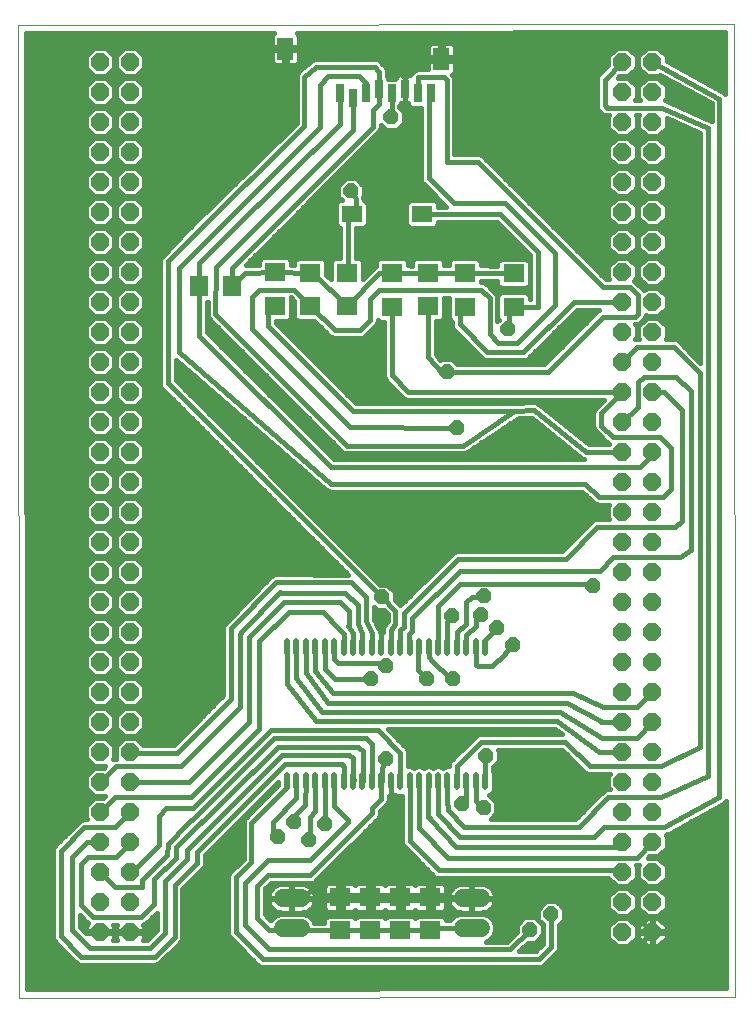
<source format=gtl>
G75*
%MOIN*%
%OFA0B0*%
%FSLAX25Y25*%
%IPPOS*%
%LPD*%
%AMOC8*
5,1,8,0,0,1.08239X$1,22.5*
%
%ADD10C,0.00000*%
%ADD11R,0.07087X0.06299*%
%ADD12C,0.02165*%
%ADD13R,0.06299X0.07098*%
%ADD14R,0.07098X0.06299*%
%ADD15C,0.06000*%
%ADD16OC8,0.06000*%
%ADD17R,0.05512X0.07480*%
%ADD18R,0.07087X0.05512*%
%ADD19R,0.02756X0.05906*%
%ADD20C,0.01600*%
%ADD21OC8,0.05000*%
D10*
X0002707Y0075410D02*
X0002407Y0399711D01*
X0241028Y0400011D01*
X0241328Y0075710D01*
X0002707Y0075410D01*
D11*
X0109907Y0097798D03*
X0109907Y0108822D03*
X0119907Y0108822D03*
X0129907Y0108822D03*
X0129907Y0097798D03*
X0119907Y0097798D03*
X0139907Y0097798D03*
X0139907Y0108822D03*
D12*
X0139280Y0145481D02*
X0139280Y0145481D01*
X0139280Y0149615D01*
X0139280Y0149615D01*
X0139280Y0145481D01*
X0139280Y0147645D02*
X0139280Y0147645D01*
X0136131Y0145481D02*
X0136131Y0145481D01*
X0136131Y0149615D01*
X0136131Y0149615D01*
X0136131Y0145481D01*
X0136131Y0147645D02*
X0136131Y0147645D01*
X0132981Y0145481D02*
X0132981Y0145481D01*
X0132981Y0149615D01*
X0132981Y0149615D01*
X0132981Y0145481D01*
X0132981Y0147645D02*
X0132981Y0147645D01*
X0129831Y0145481D02*
X0129831Y0145481D01*
X0129831Y0149615D01*
X0129831Y0149615D01*
X0129831Y0145481D01*
X0129831Y0147645D02*
X0129831Y0147645D01*
X0126682Y0145481D02*
X0126682Y0145481D01*
X0126682Y0149615D01*
X0126682Y0149615D01*
X0126682Y0145481D01*
X0126682Y0147645D02*
X0126682Y0147645D01*
X0123532Y0145481D02*
X0123532Y0145481D01*
X0123532Y0149615D01*
X0123532Y0149615D01*
X0123532Y0145481D01*
X0123532Y0147645D02*
X0123532Y0147645D01*
X0120383Y0145481D02*
X0120383Y0145481D01*
X0120383Y0149615D01*
X0120383Y0149615D01*
X0120383Y0145481D01*
X0120383Y0147645D02*
X0120383Y0147645D01*
X0117233Y0145481D02*
X0117233Y0145481D01*
X0117233Y0149615D01*
X0117233Y0149615D01*
X0117233Y0145481D01*
X0117233Y0147645D02*
X0117233Y0147645D01*
X0114083Y0145481D02*
X0114083Y0145481D01*
X0114083Y0149615D01*
X0114083Y0149615D01*
X0114083Y0145481D01*
X0114083Y0147645D02*
X0114083Y0147645D01*
X0110934Y0145481D02*
X0110934Y0145481D01*
X0110934Y0149615D01*
X0110934Y0149615D01*
X0110934Y0145481D01*
X0110934Y0147645D02*
X0110934Y0147645D01*
X0107784Y0145481D02*
X0107784Y0145481D01*
X0107784Y0149615D01*
X0107784Y0149615D01*
X0107784Y0145481D01*
X0107784Y0147645D02*
X0107784Y0147645D01*
X0104635Y0145481D02*
X0104635Y0145481D01*
X0104635Y0149615D01*
X0104635Y0149615D01*
X0104635Y0145481D01*
X0104635Y0147645D02*
X0104635Y0147645D01*
X0101485Y0145481D02*
X0101485Y0145481D01*
X0101485Y0149615D01*
X0101485Y0149615D01*
X0101485Y0145481D01*
X0101485Y0147645D02*
X0101485Y0147645D01*
X0098335Y0145481D02*
X0098335Y0145481D01*
X0098335Y0149615D01*
X0098335Y0149615D01*
X0098335Y0145481D01*
X0098335Y0147645D02*
X0098335Y0147645D01*
X0095186Y0145481D02*
X0095186Y0145481D01*
X0095186Y0149615D01*
X0095186Y0149615D01*
X0095186Y0145481D01*
X0095186Y0147645D02*
X0095186Y0147645D01*
X0092036Y0145481D02*
X0092036Y0145481D01*
X0092036Y0149615D01*
X0092036Y0149615D01*
X0092036Y0145481D01*
X0092036Y0147645D02*
X0092036Y0147645D01*
X0092036Y0194339D02*
X0092036Y0194339D01*
X0092036Y0190205D01*
X0092036Y0190205D01*
X0092036Y0194339D01*
X0092036Y0192369D02*
X0092036Y0192369D01*
X0095186Y0194339D02*
X0095186Y0194339D01*
X0095186Y0190205D01*
X0095186Y0190205D01*
X0095186Y0194339D01*
X0095186Y0192369D02*
X0095186Y0192369D01*
X0098335Y0194339D02*
X0098335Y0194339D01*
X0098335Y0190205D01*
X0098335Y0190205D01*
X0098335Y0194339D01*
X0098335Y0192369D02*
X0098335Y0192369D01*
X0101485Y0194339D02*
X0101485Y0194339D01*
X0101485Y0190205D01*
X0101485Y0190205D01*
X0101485Y0194339D01*
X0101485Y0192369D02*
X0101485Y0192369D01*
X0104635Y0194339D02*
X0104635Y0194339D01*
X0104635Y0190205D01*
X0104635Y0190205D01*
X0104635Y0194339D01*
X0104635Y0192369D02*
X0104635Y0192369D01*
X0107784Y0194339D02*
X0107784Y0194339D01*
X0107784Y0190205D01*
X0107784Y0190205D01*
X0107784Y0194339D01*
X0107784Y0192369D02*
X0107784Y0192369D01*
X0110934Y0194339D02*
X0110934Y0194339D01*
X0110934Y0190205D01*
X0110934Y0190205D01*
X0110934Y0194339D01*
X0110934Y0192369D02*
X0110934Y0192369D01*
X0114083Y0194339D02*
X0114083Y0194339D01*
X0114083Y0190205D01*
X0114083Y0190205D01*
X0114083Y0194339D01*
X0114083Y0192369D02*
X0114083Y0192369D01*
X0117233Y0194339D02*
X0117233Y0194339D01*
X0117233Y0190205D01*
X0117233Y0190205D01*
X0117233Y0194339D01*
X0117233Y0192369D02*
X0117233Y0192369D01*
X0120383Y0194339D02*
X0120383Y0194339D01*
X0120383Y0190205D01*
X0120383Y0190205D01*
X0120383Y0194339D01*
X0120383Y0192369D02*
X0120383Y0192369D01*
X0123532Y0194339D02*
X0123532Y0194339D01*
X0123532Y0190205D01*
X0123532Y0190205D01*
X0123532Y0194339D01*
X0123532Y0192369D02*
X0123532Y0192369D01*
X0126682Y0194339D02*
X0126682Y0194339D01*
X0126682Y0190205D01*
X0126682Y0190205D01*
X0126682Y0194339D01*
X0126682Y0192369D02*
X0126682Y0192369D01*
X0129831Y0194339D02*
X0129831Y0194339D01*
X0129831Y0190205D01*
X0129831Y0190205D01*
X0129831Y0194339D01*
X0129831Y0192369D02*
X0129831Y0192369D01*
X0132981Y0194339D02*
X0132981Y0194339D01*
X0132981Y0190205D01*
X0132981Y0190205D01*
X0132981Y0194339D01*
X0132981Y0192369D02*
X0132981Y0192369D01*
X0136131Y0194339D02*
X0136131Y0194339D01*
X0136131Y0190205D01*
X0136131Y0190205D01*
X0136131Y0194339D01*
X0136131Y0192369D02*
X0136131Y0192369D01*
X0139280Y0194339D02*
X0139280Y0194339D01*
X0139280Y0190205D01*
X0139280Y0190205D01*
X0139280Y0194339D01*
X0139280Y0192369D02*
X0139280Y0192369D01*
X0142430Y0194339D02*
X0142430Y0194339D01*
X0142430Y0190205D01*
X0142430Y0190205D01*
X0142430Y0194339D01*
X0142430Y0192369D02*
X0142430Y0192369D01*
X0145580Y0194339D02*
X0145580Y0194339D01*
X0145580Y0190205D01*
X0145580Y0190205D01*
X0145580Y0194339D01*
X0145580Y0192369D02*
X0145580Y0192369D01*
X0148729Y0194339D02*
X0148729Y0194339D01*
X0148729Y0190205D01*
X0148729Y0190205D01*
X0148729Y0194339D01*
X0148729Y0192369D02*
X0148729Y0192369D01*
X0151879Y0194339D02*
X0151879Y0194339D01*
X0151879Y0190205D01*
X0151879Y0190205D01*
X0151879Y0194339D01*
X0151879Y0192369D02*
X0151879Y0192369D01*
X0155028Y0194339D02*
X0155028Y0194339D01*
X0155028Y0190205D01*
X0155028Y0190205D01*
X0155028Y0194339D01*
X0155028Y0192369D02*
X0155028Y0192369D01*
X0158178Y0194339D02*
X0158178Y0194339D01*
X0158178Y0190205D01*
X0158178Y0190205D01*
X0158178Y0194339D01*
X0158178Y0192369D02*
X0158178Y0192369D01*
X0158178Y0145481D02*
X0158178Y0145481D01*
X0158178Y0149615D01*
X0158178Y0149615D01*
X0158178Y0145481D01*
X0158178Y0147645D02*
X0158178Y0147645D01*
X0155028Y0145481D02*
X0155028Y0145481D01*
X0155028Y0149615D01*
X0155028Y0149615D01*
X0155028Y0145481D01*
X0155028Y0147645D02*
X0155028Y0147645D01*
X0151879Y0145481D02*
X0151879Y0145481D01*
X0151879Y0149615D01*
X0151879Y0149615D01*
X0151879Y0145481D01*
X0151879Y0147645D02*
X0151879Y0147645D01*
X0148729Y0145481D02*
X0148729Y0145481D01*
X0148729Y0149615D01*
X0148729Y0149615D01*
X0148729Y0145481D01*
X0148729Y0147645D02*
X0148729Y0147645D01*
X0145580Y0145481D02*
X0145580Y0145481D01*
X0145580Y0149615D01*
X0145580Y0149615D01*
X0145580Y0145481D01*
X0145580Y0147645D02*
X0145580Y0147645D01*
X0142430Y0145481D02*
X0142430Y0145481D01*
X0142430Y0149615D01*
X0142430Y0149615D01*
X0142430Y0145481D01*
X0142430Y0147645D02*
X0142430Y0147645D01*
D13*
X0073806Y0312710D03*
X0062609Y0312710D03*
D14*
X0088007Y0317209D03*
X0088007Y0306012D03*
X0099907Y0305912D03*
X0099907Y0317109D03*
X0112007Y0317009D03*
X0112007Y0305812D03*
X0127107Y0305712D03*
X0127107Y0316909D03*
X0139107Y0317009D03*
X0139107Y0305812D03*
X0151307Y0305712D03*
X0151307Y0316909D03*
X0167607Y0316809D03*
X0167607Y0305612D03*
D15*
X0156650Y0108532D02*
X0150650Y0108532D01*
X0150650Y0098532D02*
X0156650Y0098532D01*
X0096690Y0098532D02*
X0090690Y0098532D01*
X0090690Y0108532D02*
X0096690Y0108532D01*
D16*
X0039753Y0107312D03*
X0039753Y0097312D03*
X0029753Y0097312D03*
X0029753Y0107312D03*
X0029753Y0117312D03*
X0029753Y0127312D03*
X0029753Y0137312D03*
X0029753Y0147312D03*
X0029753Y0157312D03*
X0029753Y0167312D03*
X0029753Y0177312D03*
X0029753Y0187312D03*
X0029753Y0197312D03*
X0029753Y0207312D03*
X0029753Y0217312D03*
X0029753Y0227312D03*
X0029753Y0237312D03*
X0029753Y0247312D03*
X0029753Y0257312D03*
X0029753Y0267312D03*
X0029753Y0277312D03*
X0029753Y0287312D03*
X0029753Y0297312D03*
X0029753Y0307312D03*
X0029753Y0317312D03*
X0029753Y0327312D03*
X0029753Y0337312D03*
X0029753Y0347312D03*
X0029753Y0357312D03*
X0029753Y0367312D03*
X0029753Y0377312D03*
X0029753Y0387312D03*
X0039753Y0387312D03*
X0039753Y0377312D03*
X0039753Y0367312D03*
X0039753Y0357312D03*
X0039753Y0347312D03*
X0039753Y0337312D03*
X0039753Y0327312D03*
X0039753Y0317312D03*
X0039753Y0307312D03*
X0039753Y0297312D03*
X0039753Y0287312D03*
X0039753Y0277312D03*
X0039753Y0267312D03*
X0039753Y0257312D03*
X0039753Y0247312D03*
X0039753Y0237312D03*
X0039753Y0227312D03*
X0039753Y0217312D03*
X0039753Y0207312D03*
X0039753Y0197312D03*
X0039753Y0187312D03*
X0039753Y0177312D03*
X0039753Y0167312D03*
X0039753Y0157312D03*
X0039753Y0147312D03*
X0039753Y0137312D03*
X0039753Y0127312D03*
X0039753Y0117312D03*
X0203926Y0117312D03*
X0203926Y0127312D03*
X0203926Y0137312D03*
X0203926Y0147312D03*
X0203926Y0157312D03*
X0203926Y0167312D03*
X0203926Y0177312D03*
X0203926Y0187312D03*
X0203926Y0197312D03*
X0203926Y0207312D03*
X0203926Y0217312D03*
X0203926Y0227312D03*
X0203926Y0237312D03*
X0203926Y0247312D03*
X0203926Y0257312D03*
X0203926Y0267312D03*
X0203926Y0277312D03*
X0203926Y0287312D03*
X0203926Y0297312D03*
X0203926Y0307312D03*
X0203926Y0317312D03*
X0203926Y0327312D03*
X0203926Y0337312D03*
X0203926Y0347312D03*
X0203926Y0357312D03*
X0203926Y0367312D03*
X0203926Y0377312D03*
X0203926Y0387312D03*
X0213926Y0387312D03*
X0213926Y0377312D03*
X0213926Y0367312D03*
X0213926Y0357312D03*
X0213926Y0347312D03*
X0213926Y0337312D03*
X0213926Y0327312D03*
X0213926Y0317312D03*
X0213926Y0307312D03*
X0213926Y0297312D03*
X0213926Y0287312D03*
X0213926Y0277312D03*
X0213926Y0267312D03*
X0213926Y0257312D03*
X0213926Y0247312D03*
X0213926Y0237312D03*
X0213926Y0227312D03*
X0213926Y0217312D03*
X0213926Y0207312D03*
X0213926Y0197312D03*
X0213926Y0187312D03*
X0213926Y0177312D03*
X0213926Y0167312D03*
X0213926Y0157312D03*
X0213926Y0147312D03*
X0213926Y0137312D03*
X0213926Y0127312D03*
X0213926Y0117312D03*
X0213926Y0107312D03*
X0213926Y0097312D03*
X0203926Y0097312D03*
X0203926Y0107312D03*
D17*
X0143532Y0388217D03*
X0091564Y0391761D03*
D18*
X0113611Y0336643D03*
X0137233Y0336643D03*
D19*
X0114005Y0375225D03*
X0109674Y0376800D03*
X0118335Y0376800D03*
X0122666Y0378375D03*
X0126997Y0376800D03*
X0131328Y0378375D03*
X0135658Y0376800D03*
X0139989Y0376800D03*
D20*
X0139407Y0376218D01*
X0139407Y0348510D01*
X0147707Y0340210D01*
X0164607Y0340210D01*
X0181307Y0323510D01*
X0181307Y0306210D01*
X0168807Y0293710D01*
X0162507Y0293710D01*
X0159607Y0296610D01*
X0159607Y0308510D01*
X0156807Y0311310D01*
X0122707Y0311310D01*
X0119707Y0308310D01*
X0119707Y0301210D01*
X0116407Y0297910D01*
X0107995Y0297910D01*
X0099907Y0305912D01*
X0094495Y0311410D01*
X0082707Y0311410D01*
X0080407Y0309110D01*
X0080407Y0298310D01*
X0113207Y0265510D01*
X0113407Y0265510D01*
X0148707Y0265310D01*
X0150707Y0259410D02*
X0167807Y0271010D01*
X0174507Y0271210D01*
X0191906Y0257312D01*
X0203926Y0257312D01*
X0200607Y0262210D02*
X0196807Y0266010D01*
X0196807Y0270193D01*
X0203926Y0277312D01*
X0132306Y0277312D01*
X0127107Y0282810D01*
X0127107Y0305712D01*
X0124507Y0300762D02*
X0124507Y0282846D01*
X0124494Y0282366D01*
X0124507Y0282331D01*
X0124507Y0282293D01*
X0124691Y0281849D01*
X0124862Y0281400D01*
X0124888Y0281372D01*
X0124903Y0281337D01*
X0125243Y0280998D01*
X0130087Y0275874D01*
X0130101Y0275839D01*
X0130441Y0275499D01*
X0130772Y0275150D01*
X0130806Y0275134D01*
X0130833Y0275108D01*
X0131277Y0274924D01*
X0131716Y0274727D01*
X0131753Y0274726D01*
X0131788Y0274712D01*
X0132269Y0274712D01*
X0132750Y0274698D01*
X0132785Y0274712D01*
X0197649Y0274712D01*
X0194603Y0271666D01*
X0194207Y0270710D01*
X0194207Y0265493D01*
X0194603Y0264537D01*
X0195334Y0263806D01*
X0199134Y0260006D01*
X0199362Y0259912D01*
X0192816Y0259912D01*
X0176213Y0273175D01*
X0175913Y0273457D01*
X0175811Y0273496D01*
X0175726Y0273564D01*
X0175331Y0273679D01*
X0174946Y0273824D01*
X0174837Y0273821D01*
X0174732Y0273852D01*
X0174323Y0273806D01*
X0168015Y0273618D01*
X0167788Y0273661D01*
X0167542Y0273610D01*
X0115087Y0273610D01*
X0088357Y0300434D01*
X0088357Y0301062D01*
X0092302Y0301062D01*
X0093356Y0302117D01*
X0093356Y0308810D01*
X0093406Y0308810D01*
X0094558Y0307640D01*
X0094558Y0302017D01*
X0095612Y0300962D01*
X0101213Y0300962D01*
X0106162Y0296066D01*
X0106522Y0295706D01*
X0106529Y0295703D01*
X0106534Y0295698D01*
X0107006Y0295506D01*
X0107478Y0295310D01*
X0107485Y0295310D01*
X0107492Y0295307D01*
X0108002Y0295310D01*
X0116924Y0295310D01*
X0117880Y0295706D01*
X0121180Y0299006D01*
X0121911Y0299737D01*
X0122307Y0300693D01*
X0122307Y0301267D01*
X0122812Y0300762D01*
X0124507Y0300762D01*
X0124507Y0300430D02*
X0122198Y0300430D01*
X0121006Y0298832D02*
X0124507Y0298832D01*
X0124507Y0297233D02*
X0119407Y0297233D01*
X0117708Y0295635D02*
X0124507Y0295635D01*
X0124507Y0294036D02*
X0094733Y0294036D01*
X0096326Y0292438D02*
X0124507Y0292438D01*
X0124507Y0290839D02*
X0097918Y0290839D01*
X0099511Y0289241D02*
X0124507Y0289241D01*
X0124507Y0287642D02*
X0101104Y0287642D01*
X0102697Y0286044D02*
X0124507Y0286044D01*
X0124507Y0284445D02*
X0104290Y0284445D01*
X0105883Y0282847D02*
X0124507Y0282847D01*
X0124992Y0281248D02*
X0107476Y0281248D01*
X0109069Y0279650D02*
X0126517Y0279650D01*
X0128028Y0278051D02*
X0110661Y0278051D01*
X0112254Y0276453D02*
X0129540Y0276453D01*
X0131432Y0274854D02*
X0113847Y0274854D01*
X0113907Y0271210D02*
X0114007Y0271010D01*
X0085757Y0299360D01*
X0085757Y0303860D01*
X0086507Y0303910D01*
X0088007Y0306012D01*
X0093356Y0305226D02*
X0094558Y0305226D01*
X0094558Y0306824D02*
X0093356Y0306824D01*
X0093356Y0308423D02*
X0093787Y0308423D01*
X0093356Y0303627D02*
X0094558Y0303627D01*
X0094558Y0302029D02*
X0093269Y0302029D01*
X0089954Y0298832D02*
X0103367Y0298832D01*
X0104983Y0297233D02*
X0091547Y0297233D01*
X0093140Y0295635D02*
X0106690Y0295635D01*
X0101751Y0300430D02*
X0088361Y0300430D01*
X0078572Y0289241D02*
X0073453Y0289241D01*
X0071855Y0290839D02*
X0076977Y0290839D01*
X0075382Y0292438D02*
X0070256Y0292438D01*
X0068658Y0294036D02*
X0073787Y0294036D01*
X0072192Y0295635D02*
X0067059Y0295635D01*
X0065507Y0297187D02*
X0065507Y0307361D01*
X0065633Y0307361D01*
X0065610Y0303837D01*
X0065608Y0303830D01*
X0065607Y0303319D01*
X0065604Y0302810D01*
X0065607Y0302803D01*
X0065606Y0302796D01*
X0065802Y0302323D01*
X0065994Y0301852D01*
X0065999Y0301847D01*
X0066001Y0301840D01*
X0066362Y0301478D01*
X0066720Y0301115D01*
X0066727Y0301113D01*
X0109802Y0257939D01*
X0109803Y0257937D01*
X0110165Y0257575D01*
X0110532Y0257208D01*
X0110533Y0257207D01*
X0110534Y0257206D01*
X0111010Y0257009D01*
X0111487Y0256811D01*
X0111488Y0256811D01*
X0111490Y0256810D01*
X0112004Y0256810D01*
X0112521Y0256810D01*
X0112523Y0256810D01*
X0150460Y0256810D01*
X0150726Y0256759D01*
X0150972Y0256810D01*
X0151224Y0256810D01*
X0151474Y0256914D01*
X0151739Y0256968D01*
X0151947Y0257110D01*
X0152180Y0257206D01*
X0152371Y0257397D01*
X0168641Y0268434D01*
X0173630Y0268583D01*
X0190170Y0255371D01*
X0190433Y0255108D01*
X0190570Y0255051D01*
X0190687Y0254958D01*
X0191044Y0254854D01*
X0191151Y0254810D01*
X0107884Y0254810D01*
X0065507Y0297187D01*
X0065507Y0297233D02*
X0070597Y0297233D01*
X0069002Y0298832D02*
X0065507Y0298832D01*
X0065507Y0300430D02*
X0067408Y0300430D01*
X0065921Y0302029D02*
X0065507Y0302029D01*
X0065507Y0303627D02*
X0065607Y0303627D01*
X0065619Y0305226D02*
X0065507Y0305226D01*
X0065507Y0306824D02*
X0065629Y0306824D01*
X0068207Y0303310D02*
X0112007Y0259410D01*
X0150707Y0259410D01*
X0152244Y0257271D02*
X0187791Y0257271D01*
X0185790Y0258869D02*
X0154541Y0258869D01*
X0156897Y0260468D02*
X0183789Y0260468D01*
X0181788Y0262066D02*
X0159254Y0262066D01*
X0161610Y0263665D02*
X0179787Y0263665D01*
X0177786Y0265263D02*
X0163966Y0265263D01*
X0166323Y0266862D02*
X0175785Y0266862D01*
X0173784Y0268460D02*
X0169517Y0268460D01*
X0167807Y0271010D02*
X0114007Y0271010D01*
X0107279Y0260468D02*
X0102227Y0260468D01*
X0100628Y0262066D02*
X0105685Y0262066D01*
X0104090Y0263665D02*
X0099030Y0263665D01*
X0097431Y0265263D02*
X0102495Y0265263D01*
X0100900Y0266862D02*
X0095833Y0266862D01*
X0094234Y0268460D02*
X0099305Y0268460D01*
X0097710Y0270059D02*
X0092636Y0270059D01*
X0091037Y0271657D02*
X0096115Y0271657D01*
X0094520Y0273256D02*
X0089439Y0273256D01*
X0087840Y0274854D02*
X0092926Y0274854D01*
X0091331Y0276453D02*
X0086242Y0276453D01*
X0084643Y0278051D02*
X0089736Y0278051D01*
X0088141Y0279650D02*
X0083045Y0279650D01*
X0081446Y0281248D02*
X0086546Y0281248D01*
X0084951Y0282847D02*
X0079848Y0282847D01*
X0078249Y0284445D02*
X0083356Y0284445D01*
X0081761Y0286044D02*
X0076650Y0286044D01*
X0075052Y0287642D02*
X0080167Y0287642D01*
X0070247Y0274854D02*
X0061440Y0274854D01*
X0063039Y0273256D02*
X0072097Y0273256D01*
X0073947Y0271657D02*
X0064637Y0271657D01*
X0066236Y0270059D02*
X0075797Y0270059D01*
X0077646Y0268460D02*
X0067834Y0268460D01*
X0069433Y0266862D02*
X0079496Y0266862D01*
X0081346Y0265263D02*
X0071031Y0265263D01*
X0072630Y0263665D02*
X0083196Y0263665D01*
X0085046Y0262066D02*
X0074228Y0262066D01*
X0075827Y0260468D02*
X0086895Y0260468D01*
X0088745Y0258869D02*
X0077425Y0258869D01*
X0079024Y0257271D02*
X0090595Y0257271D01*
X0092445Y0255672D02*
X0080622Y0255672D01*
X0082221Y0254074D02*
X0094294Y0254074D01*
X0096144Y0252475D02*
X0083819Y0252475D01*
X0085418Y0250877D02*
X0097994Y0250877D01*
X0099844Y0249278D02*
X0087016Y0249278D01*
X0088615Y0247679D02*
X0101693Y0247679D01*
X0103543Y0246081D02*
X0090213Y0246081D01*
X0091812Y0244482D02*
X0105358Y0244482D01*
X0105434Y0244406D02*
X0105524Y0244369D01*
X0105598Y0244305D01*
X0106000Y0244172D01*
X0106390Y0244010D01*
X0106488Y0244010D01*
X0106580Y0243980D01*
X0107002Y0244010D01*
X0190328Y0244010D01*
X0194429Y0240412D01*
X0194734Y0240106D01*
X0194815Y0240073D01*
X0194881Y0240015D01*
X0195290Y0239876D01*
X0195690Y0239710D01*
X0195777Y0239710D01*
X0195860Y0239682D01*
X0196292Y0239710D01*
X0199536Y0239710D01*
X0199126Y0239300D01*
X0199126Y0235324D01*
X0199455Y0234995D01*
X0196016Y0235008D01*
X0196000Y0235015D01*
X0195500Y0235010D01*
X0195000Y0235012D01*
X0194983Y0235005D01*
X0194965Y0235005D01*
X0194505Y0234809D01*
X0194043Y0234620D01*
X0194030Y0234607D01*
X0194014Y0234600D01*
X0193663Y0234243D01*
X0193309Y0233891D01*
X0193302Y0233875D01*
X0183916Y0224310D01*
X0149215Y0224310D01*
X0148704Y0224313D01*
X0148697Y0224310D01*
X0148690Y0224310D01*
X0148219Y0224115D01*
X0147746Y0223923D01*
X0147741Y0223917D01*
X0147734Y0223914D01*
X0147375Y0223555D01*
X0129865Y0206238D01*
X0128107Y0208076D01*
X0128107Y0210591D01*
X0125588Y0213110D01*
X0123184Y0213110D01*
X0055007Y0281287D01*
X0055007Y0288025D01*
X0105136Y0244705D01*
X0105434Y0244406D01*
X0106907Y0246610D02*
X0191307Y0246610D01*
X0196207Y0242310D01*
X0217407Y0242310D01*
X0220107Y0244810D01*
X0220107Y0258510D01*
X0216407Y0262210D01*
X0200607Y0262210D01*
X0198673Y0260468D02*
X0192121Y0260468D01*
X0190120Y0262066D02*
X0197074Y0262066D01*
X0195476Y0263665D02*
X0188119Y0263665D01*
X0186118Y0265263D02*
X0194302Y0265263D01*
X0194207Y0266862D02*
X0184117Y0266862D01*
X0182115Y0268460D02*
X0194207Y0268460D01*
X0194207Y0270059D02*
X0180114Y0270059D01*
X0178113Y0271657D02*
X0194599Y0271657D01*
X0196193Y0273256D02*
X0176128Y0273256D01*
X0179007Y0284110D02*
X0145407Y0284110D01*
X0143607Y0283510D01*
X0139107Y0288910D01*
X0139107Y0305812D01*
X0137719Y0305898D01*
X0141707Y0300862D02*
X0143402Y0300862D01*
X0144456Y0301917D01*
X0144456Y0308710D01*
X0145958Y0308710D01*
X0145958Y0301817D01*
X0147007Y0300767D01*
X0147007Y0299293D01*
X0147403Y0298337D01*
X0148134Y0297606D01*
X0157434Y0288306D01*
X0158390Y0287910D01*
X0171324Y0287910D01*
X0172280Y0288306D01*
X0173011Y0289037D01*
X0188686Y0304712D01*
X0196070Y0304712D01*
X0195834Y0304614D01*
X0177930Y0286710D01*
X0148888Y0286710D01*
X0147188Y0288410D01*
X0143626Y0288410D01*
X0143234Y0288019D01*
X0141707Y0289852D01*
X0141707Y0300862D01*
X0141707Y0300430D02*
X0147007Y0300430D01*
X0147198Y0298832D02*
X0141707Y0298832D01*
X0141707Y0297233D02*
X0148507Y0297233D01*
X0150106Y0295635D02*
X0141707Y0295635D01*
X0141707Y0294036D02*
X0151704Y0294036D01*
X0153303Y0292438D02*
X0141707Y0292438D01*
X0141707Y0290839D02*
X0154901Y0290839D01*
X0156500Y0289241D02*
X0142216Y0289241D01*
X0147956Y0287642D02*
X0178862Y0287642D01*
X0180461Y0289241D02*
X0173215Y0289241D01*
X0174813Y0290839D02*
X0182059Y0290839D01*
X0183658Y0292438D02*
X0176412Y0292438D01*
X0178010Y0294036D02*
X0185256Y0294036D01*
X0186855Y0295635D02*
X0179609Y0295635D01*
X0181207Y0297233D02*
X0188453Y0297233D01*
X0190052Y0298832D02*
X0182806Y0298832D01*
X0184404Y0300430D02*
X0191650Y0300430D01*
X0193249Y0302029D02*
X0186003Y0302029D01*
X0187601Y0303627D02*
X0194847Y0303627D01*
X0197307Y0302410D02*
X0179007Y0284110D01*
X0170807Y0290510D02*
X0158907Y0290510D01*
X0149607Y0299810D01*
X0149607Y0305698D01*
X0151307Y0305712D01*
X0145958Y0305226D02*
X0144456Y0305226D01*
X0144456Y0306824D02*
X0145958Y0306824D01*
X0145958Y0308423D02*
X0144456Y0308423D01*
X0144456Y0303627D02*
X0145958Y0303627D01*
X0145958Y0302029D02*
X0144456Y0302029D01*
X0149607Y0316922D02*
X0139107Y0317009D01*
X0137207Y0316822D01*
X0127107Y0316909D01*
X0125107Y0316922D01*
X0127107Y0316909D02*
X0122931Y0316822D01*
X0112007Y0305812D01*
X0100883Y0317022D01*
X0099907Y0317109D01*
X0099807Y0317122D01*
X0088007Y0317209D01*
X0078131Y0317122D01*
X0073806Y0312710D01*
X0073719Y0318722D01*
X0120707Y0365710D01*
X0120707Y0371410D01*
X0122607Y0373310D01*
X0122607Y0378316D01*
X0122666Y0378375D01*
X0122807Y0378516D01*
X0122807Y0384110D01*
X0121307Y0385610D01*
X0101807Y0385610D01*
X0097907Y0382310D01*
X0097907Y0366010D01*
X0060607Y0329410D01*
X0052519Y0320922D01*
X0052519Y0314822D01*
X0052407Y0312010D01*
X0052407Y0280210D01*
X0123807Y0208810D01*
X0128207Y0204210D01*
X0128207Y0199810D01*
X0126682Y0198085D01*
X0126682Y0192272D01*
X0129831Y0192272D02*
X0129831Y0197835D01*
X0131007Y0199010D01*
X0131007Y0203710D01*
X0149207Y0221710D01*
X0185007Y0221710D01*
X0195507Y0232410D01*
X0221507Y0232310D01*
X0223707Y0234410D01*
X0223707Y0271431D01*
X0217826Y0277312D01*
X0213926Y0277312D01*
X0213926Y0277491D01*
X0211007Y0282410D02*
X0209007Y0280610D01*
X0209007Y0272393D01*
X0203926Y0267312D01*
X0203926Y0267291D01*
X0211007Y0282410D02*
X0221707Y0282410D01*
X0226607Y0277510D01*
X0226607Y0224610D01*
X0223207Y0222310D01*
X0200707Y0222210D01*
X0196407Y0217610D01*
X0149907Y0217610D01*
X0133907Y0201910D01*
X0133907Y0197710D01*
X0132907Y0196710D01*
X0132907Y0192346D01*
X0132981Y0192272D01*
X0135807Y0191696D02*
X0135807Y0184510D01*
X0138807Y0181510D01*
X0140807Y0187310D02*
X0146207Y0182210D01*
X0146607Y0182210D01*
X0147307Y0181510D01*
X0140807Y0187310D02*
X0140807Y0187410D01*
X0139280Y0188937D01*
X0139280Y0192272D01*
X0136131Y0192272D02*
X0135807Y0191696D01*
X0142430Y0192272D02*
X0142430Y0205933D01*
X0149907Y0213410D01*
X0194007Y0213410D01*
X0194007Y0212510D01*
X0184887Y0225300D02*
X0110994Y0225300D01*
X0112592Y0223702D02*
X0147522Y0223702D01*
X0145907Y0222103D02*
X0114191Y0222103D01*
X0115789Y0220505D02*
X0144291Y0220505D01*
X0142675Y0218906D02*
X0117388Y0218906D01*
X0118986Y0217308D02*
X0141058Y0217308D01*
X0139442Y0215709D02*
X0120585Y0215709D01*
X0122184Y0214111D02*
X0137826Y0214111D01*
X0136209Y0212512D02*
X0126186Y0212512D01*
X0127785Y0210914D02*
X0134593Y0210914D01*
X0132977Y0209315D02*
X0128107Y0209315D01*
X0128451Y0207717D02*
X0131361Y0207717D01*
X0125607Y0203167D02*
X0124322Y0204510D01*
X0122026Y0204510D01*
X0121038Y0205498D01*
X0121098Y0201532D01*
X0122527Y0198619D01*
X0122587Y0198559D01*
X0122753Y0198157D01*
X0122945Y0197766D01*
X0122950Y0197682D01*
X0122983Y0197603D01*
X0122983Y0197169D01*
X0123248Y0197222D01*
X0123532Y0197222D01*
X0123532Y0192273D01*
X0123532Y0192273D01*
X0123532Y0197222D01*
X0123816Y0197222D01*
X0124082Y0197169D01*
X0124082Y0198005D01*
X0124055Y0198442D01*
X0124082Y0198520D01*
X0124082Y0198602D01*
X0124249Y0199006D01*
X0124391Y0199420D01*
X0124446Y0199482D01*
X0124478Y0199558D01*
X0124787Y0199867D01*
X0125607Y0200795D01*
X0125607Y0203167D01*
X0125607Y0202921D02*
X0121077Y0202921D01*
X0121053Y0204520D02*
X0122017Y0204520D01*
X0123307Y0201910D02*
X0123532Y0200885D01*
X0123532Y0192272D01*
X0123532Y0193330D02*
X0123532Y0193330D01*
X0123532Y0194929D02*
X0123532Y0194929D01*
X0123532Y0196527D02*
X0123532Y0196527D01*
X0124074Y0198126D02*
X0122769Y0198126D01*
X0121985Y0199724D02*
X0124644Y0199724D01*
X0125607Y0201323D02*
X0121201Y0201323D01*
X0118507Y0200910D02*
X0118407Y0207510D01*
X0118407Y0208810D01*
X0113407Y0213810D01*
X0088407Y0213910D01*
X0073507Y0198510D01*
X0073507Y0175110D01*
X0055407Y0157010D01*
X0040054Y0157010D01*
X0039753Y0157312D01*
X0042493Y0161360D02*
X0056080Y0161360D01*
X0057678Y0162958D02*
X0042188Y0162958D01*
X0041741Y0162512D02*
X0044553Y0165324D01*
X0044553Y0169300D01*
X0041741Y0172112D01*
X0037765Y0172112D01*
X0034953Y0169300D01*
X0034953Y0165324D01*
X0037765Y0162512D01*
X0041741Y0162512D01*
X0041741Y0162112D02*
X0037765Y0162112D01*
X0034953Y0159300D01*
X0034953Y0155324D01*
X0035166Y0155110D01*
X0035064Y0155110D01*
X0034559Y0155115D01*
X0034547Y0155110D01*
X0034534Y0155110D01*
X0034202Y0154973D01*
X0034553Y0155324D01*
X0034553Y0159300D01*
X0031741Y0162112D01*
X0027765Y0162112D01*
X0024953Y0159300D01*
X0024953Y0155324D01*
X0027765Y0152512D01*
X0031340Y0152512D01*
X0030933Y0152112D01*
X0027765Y0152112D01*
X0024953Y0149300D01*
X0024953Y0145324D01*
X0027765Y0142512D01*
X0031276Y0142512D01*
X0030876Y0142112D01*
X0027765Y0142112D01*
X0024953Y0139300D01*
X0024953Y0135324D01*
X0025466Y0134810D01*
X0023990Y0134810D01*
X0023034Y0134414D01*
X0015134Y0126514D01*
X0014403Y0125783D01*
X0014007Y0124827D01*
X0014007Y0095393D01*
X0014403Y0094437D01*
X0020832Y0088008D01*
X0020903Y0087837D01*
X0021203Y0087537D01*
X0021934Y0086806D01*
X0022890Y0086410D01*
X0048524Y0086410D01*
X0049480Y0086806D01*
X0056080Y0093406D01*
X0056811Y0094137D01*
X0057207Y0095093D01*
X0057207Y0111733D01*
X0063580Y0118106D01*
X0064311Y0118837D01*
X0064707Y0119793D01*
X0064707Y0122933D01*
X0089154Y0147380D01*
X0089154Y0146334D01*
X0078734Y0135914D01*
X0078003Y0135183D01*
X0077607Y0134227D01*
X0077607Y0121787D01*
X0072803Y0116983D01*
X0072407Y0116027D01*
X0072407Y0096793D01*
X0072803Y0095837D01*
X0081903Y0086737D01*
X0082634Y0086006D01*
X0083590Y0085610D01*
X0176524Y0085610D01*
X0177480Y0086006D01*
X0181580Y0090106D01*
X0182311Y0090837D01*
X0182707Y0091793D01*
X0182707Y0099629D01*
X0184507Y0101429D01*
X0184507Y0104991D01*
X0181988Y0107510D01*
X0178426Y0107510D01*
X0175907Y0104991D01*
X0175907Y0101429D01*
X0177507Y0099829D01*
X0177507Y0093387D01*
X0174930Y0090810D01*
X0169484Y0090810D01*
X0172384Y0093710D01*
X0174788Y0093710D01*
X0177307Y0096229D01*
X0177307Y0099791D01*
X0174788Y0102310D01*
X0171226Y0102310D01*
X0168707Y0099791D01*
X0168707Y0097387D01*
X0165430Y0094110D01*
X0158518Y0094110D01*
X0159369Y0094463D01*
X0160720Y0095813D01*
X0161450Y0097577D01*
X0161450Y0099487D01*
X0160720Y0101251D01*
X0159369Y0102602D01*
X0157605Y0103332D01*
X0149696Y0103332D01*
X0147931Y0102602D01*
X0146581Y0101251D01*
X0146532Y0101132D01*
X0145250Y0101132D01*
X0145250Y0101694D01*
X0144196Y0102748D01*
X0135618Y0102748D01*
X0134907Y0102037D01*
X0134196Y0102748D01*
X0125618Y0102748D01*
X0124907Y0102037D01*
X0124196Y0102748D01*
X0115618Y0102748D01*
X0114907Y0102037D01*
X0114196Y0102748D01*
X0105618Y0102748D01*
X0104564Y0101694D01*
X0104564Y0100398D01*
X0101112Y0100398D01*
X0100759Y0101251D01*
X0099409Y0102602D01*
X0097645Y0103332D01*
X0089735Y0103332D01*
X0087971Y0102602D01*
X0086621Y0101251D01*
X0086598Y0101196D01*
X0084607Y0103187D01*
X0084607Y0111633D01*
X0086684Y0113710D01*
X0100424Y0113710D01*
X0101380Y0114106D01*
X0102111Y0114837D01*
X0122711Y0135437D01*
X0123107Y0136393D01*
X0123107Y0137633D01*
X0125736Y0140263D01*
X0126132Y0141218D01*
X0126132Y0142651D01*
X0126398Y0142598D01*
X0126682Y0142598D01*
X0126966Y0142598D01*
X0127523Y0142709D01*
X0128047Y0142927D01*
X0128208Y0143034D01*
X0129258Y0142598D01*
X0130381Y0142598D01*
X0130381Y0127119D01*
X0130777Y0126163D01*
X0140503Y0116437D01*
X0141234Y0115706D01*
X0142190Y0115310D01*
X0199139Y0115310D01*
X0201938Y0112512D01*
X0205914Y0112512D01*
X0208726Y0115324D01*
X0208726Y0119300D01*
X0208516Y0119510D01*
X0209242Y0119510D01*
X0209403Y0119577D01*
X0209126Y0119300D01*
X0209126Y0115324D01*
X0211938Y0112512D01*
X0215914Y0112512D01*
X0218726Y0115324D01*
X0218726Y0119300D01*
X0215914Y0122112D01*
X0212403Y0122112D01*
X0212803Y0122512D01*
X0215914Y0122512D01*
X0218726Y0125324D01*
X0218726Y0129300D01*
X0218389Y0129637D01*
X0218454Y0129664D01*
X0218594Y0129679D01*
X0218928Y0129861D01*
X0219280Y0130006D01*
X0219379Y0130106D01*
X0237328Y0139861D01*
X0237680Y0140006D01*
X0237779Y0140106D01*
X0237903Y0140173D01*
X0238142Y0140469D01*
X0238411Y0140737D01*
X0238465Y0140867D01*
X0238468Y0140871D01*
X0238526Y0078507D01*
X0005504Y0078214D01*
X0005210Y0396915D01*
X0087837Y0397018D01*
X0087703Y0396941D01*
X0087368Y0396606D01*
X0087131Y0396196D01*
X0087008Y0395738D01*
X0087008Y0392339D01*
X0090986Y0392339D01*
X0090986Y0391183D01*
X0087008Y0391183D01*
X0087008Y0387783D01*
X0087131Y0387326D01*
X0087368Y0386915D01*
X0087703Y0386580D01*
X0088113Y0386343D01*
X0088571Y0386220D01*
X0090986Y0386220D01*
X0090986Y0391183D01*
X0092142Y0391183D01*
X0092142Y0392339D01*
X0096120Y0392339D01*
X0096120Y0395738D01*
X0095997Y0396196D01*
X0095760Y0396606D01*
X0095425Y0396941D01*
X0095275Y0397028D01*
X0238231Y0397208D01*
X0238250Y0376665D01*
X0238148Y0376767D01*
X0237915Y0377058D01*
X0237785Y0377130D01*
X0237680Y0377235D01*
X0237336Y0377377D01*
X0218726Y0387635D01*
X0218726Y0389300D01*
X0215914Y0392112D01*
X0211938Y0392112D01*
X0209126Y0389300D01*
X0209126Y0385324D01*
X0211938Y0382512D01*
X0215914Y0382512D01*
X0216388Y0382986D01*
X0233607Y0373495D01*
X0233607Y0367669D01*
X0233533Y0367700D01*
X0218704Y0374290D01*
X0218680Y0374314D01*
X0218233Y0374500D01*
X0218004Y0374601D01*
X0218726Y0375324D01*
X0218726Y0379300D01*
X0215914Y0382112D01*
X0211938Y0382112D01*
X0209126Y0379300D01*
X0209126Y0375324D01*
X0209739Y0374710D01*
X0208113Y0374710D01*
X0208726Y0375324D01*
X0208726Y0379300D01*
X0205914Y0382112D01*
X0202403Y0382112D01*
X0202803Y0382512D01*
X0205914Y0382512D01*
X0208726Y0385324D01*
X0208726Y0389300D01*
X0205914Y0392112D01*
X0201938Y0392112D01*
X0199126Y0389300D01*
X0199126Y0386189D01*
X0195803Y0382866D01*
X0195407Y0381910D01*
X0195407Y0372293D01*
X0195803Y0371337D01*
X0196534Y0370606D01*
X0197234Y0369906D01*
X0198190Y0369510D01*
X0199336Y0369510D01*
X0199126Y0369300D01*
X0199126Y0365324D01*
X0201938Y0362512D01*
X0205914Y0362512D01*
X0208726Y0365324D01*
X0208726Y0369300D01*
X0208516Y0369510D01*
X0209336Y0369510D01*
X0209126Y0369300D01*
X0209126Y0365324D01*
X0211938Y0362512D01*
X0215914Y0362512D01*
X0218726Y0365324D01*
X0218726Y0368590D01*
X0229907Y0363621D01*
X0229907Y0287087D01*
X0222480Y0294514D01*
X0221524Y0294910D01*
X0218313Y0294910D01*
X0218726Y0295324D01*
X0218726Y0299300D01*
X0215914Y0302112D01*
X0211938Y0302112D01*
X0209126Y0299300D01*
X0209126Y0295324D01*
X0209539Y0294910D01*
X0208929Y0294910D01*
X0208411Y0294910D01*
X0208410Y0294910D01*
X0208243Y0294841D01*
X0208726Y0295324D01*
X0208726Y0299300D01*
X0208216Y0299810D01*
X0208724Y0299810D01*
X0209680Y0300206D01*
X0210411Y0300937D01*
X0211211Y0301737D01*
X0211607Y0302693D01*
X0211607Y0302843D01*
X0211938Y0302512D01*
X0215914Y0302512D01*
X0218726Y0305324D01*
X0218726Y0309300D01*
X0215914Y0312112D01*
X0211938Y0312112D01*
X0211060Y0311234D01*
X0210480Y0311814D01*
X0208511Y0313783D01*
X0207848Y0314446D01*
X0208726Y0315324D01*
X0208726Y0319300D01*
X0205914Y0322112D01*
X0201938Y0322112D01*
X0199126Y0319300D01*
X0199126Y0315324D01*
X0199539Y0314910D01*
X0198384Y0314910D01*
X0157080Y0356214D01*
X0156124Y0356610D01*
X0147907Y0356610D01*
X0147907Y0381727D01*
X0147511Y0382683D01*
X0147244Y0382950D01*
X0147393Y0383037D01*
X0147729Y0383372D01*
X0147966Y0383782D01*
X0148088Y0384240D01*
X0148088Y0387639D01*
X0144110Y0387639D01*
X0144110Y0388795D01*
X0142954Y0388795D01*
X0142954Y0387639D01*
X0138976Y0387639D01*
X0138976Y0384810D01*
X0135390Y0384810D01*
X0134434Y0384414D01*
X0133403Y0383383D01*
X0133262Y0383042D01*
X0132942Y0383128D01*
X0131328Y0383128D01*
X0131328Y0378375D01*
X0131327Y0378375D01*
X0131327Y0383128D01*
X0129713Y0383128D01*
X0129255Y0383005D01*
X0128844Y0382768D01*
X0128509Y0382433D01*
X0128272Y0382022D01*
X0128150Y0381565D01*
X0128150Y0381553D01*
X0125844Y0381553D01*
X0125844Y0382073D01*
X0125407Y0382510D01*
X0125407Y0384627D01*
X0125011Y0385583D01*
X0124280Y0386314D01*
X0122780Y0387814D01*
X0121824Y0388210D01*
X0101915Y0388210D01*
X0101508Y0388244D01*
X0101401Y0388210D01*
X0101290Y0388210D01*
X0100912Y0388054D01*
X0100522Y0387929D01*
X0100437Y0387857D01*
X0100334Y0387814D01*
X0100045Y0387525D01*
X0096537Y0384557D01*
X0096434Y0384514D01*
X0096145Y0384225D01*
X0095833Y0383961D01*
X0095782Y0383862D01*
X0095703Y0383783D01*
X0095546Y0383405D01*
X0095359Y0383042D01*
X0095350Y0382930D01*
X0095307Y0382827D01*
X0095307Y0382418D01*
X0095273Y0382011D01*
X0095307Y0381905D01*
X0095307Y0367102D01*
X0059123Y0331597D01*
X0059082Y0331578D01*
X0058755Y0331235D01*
X0058417Y0330904D01*
X0058399Y0330862D01*
X0050658Y0322738D01*
X0050315Y0322395D01*
X0050302Y0322365D01*
X0050280Y0322341D01*
X0050105Y0321888D01*
X0049919Y0321439D01*
X0049919Y0321407D01*
X0049907Y0321376D01*
X0049919Y0320891D01*
X0049919Y0314874D01*
X0049828Y0312577D01*
X0049807Y0312527D01*
X0049807Y0312062D01*
X0049789Y0311597D01*
X0049807Y0311547D01*
X0049807Y0279693D01*
X0050203Y0278737D01*
X0112527Y0216414D01*
X0088907Y0216508D01*
X0088881Y0216518D01*
X0088390Y0216510D01*
X0087900Y0216512D01*
X0087875Y0216502D01*
X0087847Y0216501D01*
X0087397Y0216306D01*
X0086943Y0216120D01*
X0086923Y0216101D01*
X0086898Y0216090D01*
X0086557Y0215737D01*
X0086209Y0215392D01*
X0086198Y0215366D01*
X0071653Y0200333D01*
X0071303Y0199983D01*
X0071294Y0199962D01*
X0071279Y0199946D01*
X0071097Y0199485D01*
X0070907Y0199027D01*
X0070907Y0199005D01*
X0070899Y0198984D01*
X0070907Y0198489D01*
X0070907Y0176187D01*
X0054330Y0159610D01*
X0044243Y0159610D01*
X0041741Y0162112D01*
X0043786Y0164557D02*
X0059277Y0164557D01*
X0060875Y0166155D02*
X0044553Y0166155D01*
X0044553Y0167754D02*
X0062474Y0167754D01*
X0064072Y0169352D02*
X0044500Y0169352D01*
X0042902Y0170951D02*
X0065671Y0170951D01*
X0067269Y0172549D02*
X0041779Y0172549D01*
X0041741Y0172512D02*
X0044553Y0175324D01*
X0044553Y0179300D01*
X0041741Y0182112D01*
X0037765Y0182112D01*
X0034953Y0179300D01*
X0034953Y0175324D01*
X0037765Y0172512D01*
X0041741Y0172512D01*
X0043377Y0174148D02*
X0068868Y0174148D01*
X0070466Y0175746D02*
X0044553Y0175746D01*
X0044553Y0177345D02*
X0070907Y0177345D01*
X0070907Y0178944D02*
X0044553Y0178944D01*
X0043311Y0180542D02*
X0070907Y0180542D01*
X0070907Y0182141D02*
X0005408Y0182141D01*
X0005407Y0183739D02*
X0026537Y0183739D01*
X0027765Y0182512D02*
X0031741Y0182512D01*
X0034553Y0185324D01*
X0034553Y0189300D01*
X0031741Y0192112D01*
X0027765Y0192112D01*
X0024953Y0189300D01*
X0024953Y0185324D01*
X0027765Y0182512D01*
X0027765Y0182112D02*
X0024953Y0179300D01*
X0024953Y0175324D01*
X0027765Y0172512D01*
X0031741Y0172512D01*
X0034553Y0175324D01*
X0034553Y0179300D01*
X0031741Y0182112D01*
X0027765Y0182112D01*
X0026195Y0180542D02*
X0005410Y0180542D01*
X0005411Y0178944D02*
X0024953Y0178944D01*
X0024953Y0177345D02*
X0005413Y0177345D01*
X0005414Y0175746D02*
X0024953Y0175746D01*
X0026128Y0174148D02*
X0005416Y0174148D01*
X0005417Y0172549D02*
X0027727Y0172549D01*
X0027765Y0172112D02*
X0024953Y0169300D01*
X0024953Y0165324D01*
X0027765Y0162512D01*
X0031741Y0162512D01*
X0034553Y0165324D01*
X0034553Y0169300D01*
X0031741Y0172112D01*
X0027765Y0172112D01*
X0026604Y0170951D02*
X0005419Y0170951D01*
X0005420Y0169352D02*
X0025005Y0169352D01*
X0024953Y0167754D02*
X0005422Y0167754D01*
X0005423Y0166155D02*
X0024953Y0166155D01*
X0025719Y0164557D02*
X0005425Y0164557D01*
X0005426Y0162958D02*
X0027318Y0162958D01*
X0027013Y0161360D02*
X0005428Y0161360D01*
X0005429Y0159761D02*
X0025414Y0159761D01*
X0024953Y0158163D02*
X0005431Y0158163D01*
X0005432Y0156564D02*
X0024953Y0156564D01*
X0025311Y0154966D02*
X0005433Y0154966D01*
X0005435Y0153367D02*
X0026909Y0153367D01*
X0027422Y0151769D02*
X0005436Y0151769D01*
X0005438Y0150170D02*
X0025823Y0150170D01*
X0024953Y0148572D02*
X0005439Y0148572D01*
X0005441Y0146973D02*
X0024953Y0146973D01*
X0024953Y0145375D02*
X0005442Y0145375D01*
X0005444Y0143776D02*
X0026500Y0143776D01*
X0026232Y0140579D02*
X0005447Y0140579D01*
X0005448Y0138981D02*
X0024953Y0138981D01*
X0024953Y0137382D02*
X0005450Y0137382D01*
X0005451Y0135784D02*
X0024953Y0135784D01*
X0022805Y0134185D02*
X0005453Y0134185D01*
X0005454Y0132587D02*
X0021207Y0132587D01*
X0019608Y0130988D02*
X0005456Y0130988D01*
X0005457Y0129390D02*
X0018010Y0129390D01*
X0016411Y0127791D02*
X0005459Y0127791D01*
X0005460Y0126193D02*
X0014813Y0126193D01*
X0014007Y0124594D02*
X0005462Y0124594D01*
X0005463Y0122996D02*
X0014007Y0122996D01*
X0014007Y0121397D02*
X0005465Y0121397D01*
X0005466Y0119799D02*
X0014007Y0119799D01*
X0014007Y0118200D02*
X0005467Y0118200D01*
X0005469Y0116602D02*
X0014007Y0116602D01*
X0014007Y0115003D02*
X0005470Y0115003D01*
X0005472Y0113405D02*
X0014007Y0113405D01*
X0014007Y0111806D02*
X0005473Y0111806D01*
X0005475Y0110208D02*
X0014007Y0110208D01*
X0014007Y0108609D02*
X0005476Y0108609D01*
X0005478Y0107010D02*
X0014007Y0107010D01*
X0014007Y0105412D02*
X0005479Y0105412D01*
X0005481Y0103813D02*
X0014007Y0103813D01*
X0014007Y0102215D02*
X0005482Y0102215D01*
X0005484Y0100616D02*
X0014007Y0100616D01*
X0014007Y0099018D02*
X0005485Y0099018D01*
X0005487Y0097419D02*
X0014007Y0097419D01*
X0014007Y0095821D02*
X0005488Y0095821D01*
X0005490Y0094222D02*
X0014618Y0094222D01*
X0013307Y0094610D02*
X0023607Y0084310D01*
X0200924Y0084310D01*
X0213926Y0097312D01*
X0208728Y0102410D01*
X0200107Y0102410D01*
X0194085Y0108532D01*
X0153650Y0108532D01*
X0153361Y0108822D01*
X0139907Y0108822D01*
X0129907Y0108822D01*
X0119907Y0108822D01*
X0109907Y0108822D01*
X0109617Y0108532D01*
X0093690Y0108532D01*
X0097329Y0108532D01*
X0126607Y0137810D01*
X0126607Y0147473D01*
X0126682Y0147548D01*
X0126682Y0142598D01*
X0126682Y0147548D01*
X0126682Y0147548D01*
X0126682Y0146973D02*
X0126682Y0146973D01*
X0126682Y0145375D02*
X0126682Y0145375D01*
X0126682Y0143776D02*
X0126682Y0143776D01*
X0126132Y0142178D02*
X0130381Y0142178D01*
X0130381Y0140579D02*
X0125868Y0140579D01*
X0124455Y0138981D02*
X0130381Y0138981D01*
X0130381Y0137382D02*
X0123107Y0137382D01*
X0122855Y0135784D02*
X0130381Y0135784D01*
X0130381Y0134185D02*
X0121459Y0134185D01*
X0119860Y0132587D02*
X0130381Y0132587D01*
X0130381Y0130988D02*
X0118262Y0130988D01*
X0116663Y0129390D02*
X0130381Y0129390D01*
X0130381Y0127791D02*
X0115065Y0127791D01*
X0113466Y0126193D02*
X0130765Y0126193D01*
X0132346Y0124594D02*
X0111868Y0124594D01*
X0110269Y0122996D02*
X0133945Y0122996D01*
X0135543Y0121397D02*
X0108671Y0121397D01*
X0107072Y0119799D02*
X0137142Y0119799D01*
X0138740Y0118200D02*
X0105474Y0118200D01*
X0103875Y0116602D02*
X0140339Y0116602D01*
X0142707Y0117910D02*
X0203328Y0117910D01*
X0203926Y0117312D01*
X0206807Y0113405D02*
X0211045Y0113405D01*
X0211938Y0112112D02*
X0209126Y0109300D01*
X0209126Y0105324D01*
X0211938Y0102512D01*
X0215914Y0102512D01*
X0218726Y0105324D01*
X0218726Y0109300D01*
X0215914Y0112112D01*
X0211938Y0112112D01*
X0211632Y0111806D02*
X0206220Y0111806D01*
X0205914Y0112112D02*
X0201938Y0112112D01*
X0199126Y0109300D01*
X0199126Y0105324D01*
X0201938Y0102512D01*
X0205914Y0102512D01*
X0208726Y0105324D01*
X0208726Y0109300D01*
X0205914Y0112112D01*
X0207818Y0110208D02*
X0210033Y0110208D01*
X0209126Y0108609D02*
X0208726Y0108609D01*
X0208726Y0107010D02*
X0209126Y0107010D01*
X0209126Y0105412D02*
X0208726Y0105412D01*
X0207216Y0103813D02*
X0210636Y0103813D01*
X0211938Y0102112D02*
X0209126Y0099300D01*
X0209126Y0097512D01*
X0213726Y0097512D01*
X0213726Y0102112D01*
X0211938Y0102112D01*
X0210442Y0100616D02*
X0207410Y0100616D01*
X0208726Y0099300D02*
X0205914Y0102112D01*
X0201938Y0102112D01*
X0199126Y0099300D01*
X0199126Y0095324D01*
X0201938Y0092512D01*
X0205914Y0092512D01*
X0208726Y0095324D01*
X0208726Y0099300D01*
X0208726Y0099018D02*
X0209126Y0099018D01*
X0208726Y0097419D02*
X0213726Y0097419D01*
X0213726Y0097512D02*
X0213726Y0097112D01*
X0209126Y0097112D01*
X0209126Y0095324D01*
X0211938Y0092512D01*
X0213726Y0092512D01*
X0213726Y0097112D01*
X0214126Y0097112D01*
X0214126Y0097512D01*
X0213726Y0097512D01*
X0214126Y0097512D02*
X0214126Y0102112D01*
X0215914Y0102112D01*
X0218726Y0099300D01*
X0218726Y0097512D01*
X0214126Y0097512D01*
X0214126Y0097419D02*
X0238508Y0097419D01*
X0238510Y0095821D02*
X0218726Y0095821D01*
X0218726Y0095324D02*
X0218726Y0097112D01*
X0214126Y0097112D01*
X0214126Y0092512D01*
X0215914Y0092512D01*
X0218726Y0095324D01*
X0217625Y0094222D02*
X0238511Y0094222D01*
X0238513Y0092624D02*
X0216026Y0092624D01*
X0214126Y0092624D02*
X0213726Y0092624D01*
X0213726Y0094222D02*
X0214126Y0094222D01*
X0214126Y0095821D02*
X0213726Y0095821D01*
X0213726Y0099018D02*
X0214126Y0099018D01*
X0214126Y0100616D02*
X0213726Y0100616D01*
X0217410Y0100616D02*
X0238505Y0100616D01*
X0238507Y0099018D02*
X0218726Y0099018D01*
X0217216Y0103813D02*
X0238502Y0103813D01*
X0238504Y0102215D02*
X0184507Y0102215D01*
X0184507Y0103813D02*
X0200636Y0103813D01*
X0199126Y0105412D02*
X0184086Y0105412D01*
X0182488Y0107010D02*
X0199126Y0107010D01*
X0199126Y0108609D02*
X0153850Y0108609D01*
X0153850Y0108732D02*
X0161450Y0108732D01*
X0161450Y0108910D01*
X0161332Y0109656D01*
X0161099Y0110375D01*
X0160756Y0111048D01*
X0160312Y0111659D01*
X0159777Y0112194D01*
X0159166Y0112638D01*
X0158493Y0112981D01*
X0157774Y0113214D01*
X0157028Y0113332D01*
X0153850Y0113332D01*
X0153850Y0108732D01*
X0153450Y0108732D01*
X0153450Y0108332D01*
X0145850Y0108332D01*
X0145850Y0108155D01*
X0145969Y0107408D01*
X0146202Y0106690D01*
X0146545Y0106017D01*
X0146989Y0105405D01*
X0147523Y0104871D01*
X0148135Y0104427D01*
X0148808Y0104084D01*
X0149526Y0103850D01*
X0150273Y0103732D01*
X0153450Y0103732D01*
X0153450Y0108332D01*
X0153850Y0108332D01*
X0153850Y0103732D01*
X0157028Y0103732D01*
X0157774Y0103850D01*
X0158493Y0104084D01*
X0159166Y0104427D01*
X0159777Y0104871D01*
X0160312Y0105405D01*
X0160756Y0106017D01*
X0161099Y0106690D01*
X0161332Y0107408D01*
X0161450Y0108155D01*
X0161450Y0108332D01*
X0153850Y0108332D01*
X0153850Y0108732D01*
X0153450Y0108732D02*
X0153450Y0113332D01*
X0150273Y0113332D01*
X0149526Y0113214D01*
X0148808Y0112981D01*
X0148135Y0112638D01*
X0147523Y0112194D01*
X0146989Y0111659D01*
X0146545Y0111048D01*
X0146202Y0110375D01*
X0145969Y0109656D01*
X0145850Y0108910D01*
X0145850Y0108732D01*
X0153450Y0108732D01*
X0153450Y0108609D02*
X0140682Y0108609D01*
X0140682Y0108047D02*
X0140682Y0109597D01*
X0139132Y0109597D01*
X0139132Y0108047D01*
X0140682Y0108047D01*
X0140682Y0103872D01*
X0143687Y0103872D01*
X0144145Y0103995D01*
X0144556Y0104232D01*
X0144891Y0104567D01*
X0145128Y0104978D01*
X0145250Y0105435D01*
X0145250Y0108047D01*
X0140682Y0108047D01*
X0140682Y0107010D02*
X0139132Y0107010D01*
X0139132Y0108047D02*
X0139132Y0103872D01*
X0136127Y0103872D01*
X0135669Y0103995D01*
X0135259Y0104232D01*
X0134923Y0104567D01*
X0134907Y0104596D01*
X0134891Y0104567D01*
X0134556Y0104232D01*
X0134145Y0103995D01*
X0133687Y0103872D01*
X0130682Y0103872D01*
X0130682Y0108047D01*
X0129132Y0108047D01*
X0129132Y0103872D01*
X0126127Y0103872D01*
X0125669Y0103995D01*
X0125259Y0104232D01*
X0124923Y0104567D01*
X0124907Y0104596D01*
X0124891Y0104567D01*
X0124556Y0104232D01*
X0124145Y0103995D01*
X0123687Y0103872D01*
X0120682Y0103872D01*
X0120682Y0108047D01*
X0119132Y0108047D01*
X0119132Y0103872D01*
X0116127Y0103872D01*
X0115669Y0103995D01*
X0115259Y0104232D01*
X0114923Y0104567D01*
X0114907Y0104596D01*
X0114891Y0104567D01*
X0114556Y0104232D01*
X0114145Y0103995D01*
X0113687Y0103872D01*
X0110682Y0103872D01*
X0110682Y0108047D01*
X0109132Y0108047D01*
X0109132Y0103872D01*
X0106127Y0103872D01*
X0105669Y0103995D01*
X0105259Y0104232D01*
X0104923Y0104567D01*
X0104686Y0104978D01*
X0104564Y0105435D01*
X0104564Y0108047D01*
X0109132Y0108047D01*
X0109132Y0109597D01*
X0104564Y0109597D01*
X0104564Y0112209D01*
X0104686Y0112666D01*
X0104923Y0113077D01*
X0105259Y0113412D01*
X0105669Y0113649D01*
X0106127Y0113772D01*
X0109132Y0113772D01*
X0109132Y0109597D01*
X0110682Y0109597D01*
X0110682Y0113772D01*
X0113687Y0113772D01*
X0114145Y0113649D01*
X0114556Y0113412D01*
X0114891Y0113077D01*
X0114907Y0113049D01*
X0114923Y0113077D01*
X0115259Y0113412D01*
X0115669Y0113649D01*
X0116127Y0113772D01*
X0119132Y0113772D01*
X0119132Y0109597D01*
X0119132Y0108047D01*
X0110682Y0108047D01*
X0110682Y0109597D01*
X0115250Y0109597D01*
X0119132Y0109597D01*
X0120682Y0109597D01*
X0120682Y0113772D01*
X0123687Y0113772D01*
X0124145Y0113649D01*
X0124556Y0113412D01*
X0124891Y0113077D01*
X0124907Y0113049D01*
X0124923Y0113077D01*
X0125259Y0113412D01*
X0125669Y0113649D01*
X0126127Y0113772D01*
X0129132Y0113772D01*
X0129132Y0109597D01*
X0129132Y0108047D01*
X0120682Y0108047D01*
X0120682Y0109597D01*
X0125250Y0109597D01*
X0129132Y0109597D01*
X0130682Y0109597D01*
X0130682Y0113772D01*
X0133687Y0113772D01*
X0134145Y0113649D01*
X0134556Y0113412D01*
X0134891Y0113077D01*
X0134907Y0113049D01*
X0134923Y0113077D01*
X0135259Y0113412D01*
X0135669Y0113649D01*
X0136127Y0113772D01*
X0139132Y0113772D01*
X0139132Y0109597D01*
X0135250Y0109597D01*
X0130682Y0109597D01*
X0130682Y0108047D01*
X0139132Y0108047D01*
X0139132Y0108609D02*
X0130682Y0108609D01*
X0129132Y0108609D02*
X0120682Y0108609D01*
X0119132Y0108609D02*
X0110682Y0108609D01*
X0109132Y0108609D02*
X0093890Y0108609D01*
X0093890Y0108732D02*
X0101490Y0108732D01*
X0101490Y0108910D01*
X0101372Y0109656D01*
X0101138Y0110375D01*
X0100795Y0111048D01*
X0100351Y0111659D01*
X0099817Y0112194D01*
X0099205Y0112638D01*
X0098532Y0112981D01*
X0097814Y0113214D01*
X0097068Y0113332D01*
X0093890Y0113332D01*
X0093890Y0108732D01*
X0093890Y0108332D01*
X0101490Y0108332D01*
X0101490Y0108155D01*
X0101372Y0107408D01*
X0101138Y0106690D01*
X0100795Y0106017D01*
X0100351Y0105405D01*
X0099817Y0104871D01*
X0099205Y0104427D01*
X0098532Y0104084D01*
X0097814Y0103850D01*
X0097068Y0103732D01*
X0093890Y0103732D01*
X0093890Y0108332D01*
X0093490Y0108332D01*
X0093490Y0103732D01*
X0090312Y0103732D01*
X0089566Y0103850D01*
X0088847Y0104084D01*
X0088174Y0104427D01*
X0087563Y0104871D01*
X0087029Y0105405D01*
X0086584Y0106017D01*
X0086241Y0106690D01*
X0086008Y0107408D01*
X0085890Y0108155D01*
X0085890Y0108332D01*
X0093490Y0108332D01*
X0093490Y0108732D01*
X0085890Y0108732D01*
X0085890Y0108910D01*
X0086008Y0109656D01*
X0086241Y0110375D01*
X0086584Y0111048D01*
X0087029Y0111659D01*
X0087563Y0112194D01*
X0088174Y0112638D01*
X0088847Y0112981D01*
X0089566Y0113214D01*
X0090312Y0113332D01*
X0093490Y0113332D01*
X0093490Y0108732D01*
X0093890Y0108732D01*
X0093490Y0108609D02*
X0084607Y0108609D01*
X0084607Y0110208D02*
X0086187Y0110208D01*
X0087175Y0111806D02*
X0084780Y0111806D01*
X0086378Y0113405D02*
X0105251Y0113405D01*
X0104564Y0111806D02*
X0100204Y0111806D01*
X0101192Y0110208D02*
X0104564Y0110208D01*
X0104564Y0107010D02*
X0101242Y0107010D01*
X0100356Y0105412D02*
X0104570Y0105412D01*
X0105085Y0102215D02*
X0099795Y0102215D01*
X0101022Y0100616D02*
X0104564Y0100616D01*
X0109132Y0105412D02*
X0110682Y0105412D01*
X0110682Y0107010D02*
X0109132Y0107010D01*
X0109132Y0110208D02*
X0110682Y0110208D01*
X0110682Y0111806D02*
X0109132Y0111806D01*
X0109132Y0113405D02*
X0110682Y0113405D01*
X0114563Y0113405D02*
X0115251Y0113405D01*
X0119132Y0113405D02*
X0120682Y0113405D01*
X0120682Y0111806D02*
X0119132Y0111806D01*
X0119132Y0110208D02*
X0120682Y0110208D01*
X0120682Y0107010D02*
X0119132Y0107010D01*
X0119132Y0105412D02*
X0120682Y0105412D01*
X0124729Y0102215D02*
X0125085Y0102215D01*
X0129132Y0105412D02*
X0130682Y0105412D01*
X0130682Y0107010D02*
X0129132Y0107010D01*
X0129132Y0110208D02*
X0130682Y0110208D01*
X0130682Y0111806D02*
X0129132Y0111806D01*
X0129132Y0113405D02*
X0130682Y0113405D01*
X0134563Y0113405D02*
X0135251Y0113405D01*
X0139132Y0113405D02*
X0140682Y0113405D01*
X0140682Y0113772D02*
X0140682Y0109597D01*
X0145250Y0109597D01*
X0145250Y0112209D01*
X0145128Y0112666D01*
X0144891Y0113077D01*
X0144556Y0113412D01*
X0144145Y0113649D01*
X0143687Y0113772D01*
X0140682Y0113772D01*
X0140682Y0111806D02*
X0139132Y0111806D01*
X0139132Y0110208D02*
X0140682Y0110208D01*
X0145250Y0110208D02*
X0146148Y0110208D01*
X0145250Y0111806D02*
X0147136Y0111806D01*
X0144563Y0113405D02*
X0201045Y0113405D01*
X0201632Y0111806D02*
X0160165Y0111806D01*
X0161153Y0110208D02*
X0200033Y0110208D01*
X0199447Y0115003D02*
X0102277Y0115003D01*
X0099907Y0116310D02*
X0085607Y0116310D01*
X0082007Y0112710D01*
X0082007Y0102110D01*
X0086007Y0098110D01*
X0093268Y0098110D01*
X0093690Y0098532D01*
X0094424Y0097798D01*
X0109907Y0097798D01*
X0119907Y0097798D01*
X0129907Y0097798D01*
X0139907Y0097798D01*
X0140641Y0098532D01*
X0153650Y0098532D01*
X0153450Y0103813D02*
X0153850Y0103813D01*
X0153850Y0105412D02*
X0153450Y0105412D01*
X0153450Y0107010D02*
X0153850Y0107010D01*
X0153850Y0110208D02*
X0153450Y0110208D01*
X0153450Y0111806D02*
X0153850Y0111806D01*
X0157541Y0103813D02*
X0175907Y0103813D01*
X0175907Y0102215D02*
X0174883Y0102215D01*
X0176482Y0100616D02*
X0176720Y0100616D01*
X0177307Y0099018D02*
X0177507Y0099018D01*
X0177507Y0097419D02*
X0177307Y0097419D01*
X0177507Y0095821D02*
X0176899Y0095821D01*
X0177507Y0094222D02*
X0175300Y0094222D01*
X0176744Y0092624D02*
X0171298Y0092624D01*
X0169699Y0091025D02*
X0175145Y0091025D01*
X0176007Y0088210D02*
X0180107Y0092310D01*
X0180107Y0103110D01*
X0180207Y0103210D01*
X0183694Y0100616D02*
X0200442Y0100616D01*
X0199126Y0099018D02*
X0182707Y0099018D01*
X0182707Y0097419D02*
X0199126Y0097419D01*
X0199126Y0095821D02*
X0182707Y0095821D01*
X0182707Y0094222D02*
X0200227Y0094222D01*
X0201826Y0092624D02*
X0182707Y0092624D01*
X0182389Y0091025D02*
X0238514Y0091025D01*
X0238516Y0089427D02*
X0180901Y0089427D01*
X0179302Y0087828D02*
X0238517Y0087828D01*
X0238519Y0086230D02*
X0177704Y0086230D01*
X0176007Y0088210D02*
X0084107Y0088210D01*
X0075007Y0097310D01*
X0075007Y0115510D01*
X0080207Y0120710D01*
X0080207Y0133710D01*
X0092036Y0145539D01*
X0092036Y0147548D01*
X0089154Y0146973D02*
X0088747Y0146973D01*
X0088195Y0145375D02*
X0087149Y0145375D01*
X0086596Y0143776D02*
X0085550Y0143776D01*
X0084998Y0142178D02*
X0083952Y0142178D01*
X0083399Y0140579D02*
X0082353Y0140579D01*
X0081801Y0138981D02*
X0080755Y0138981D01*
X0080202Y0137382D02*
X0079156Y0137382D01*
X0078604Y0135784D02*
X0077557Y0135784D01*
X0077607Y0134185D02*
X0075959Y0134185D01*
X0074360Y0132587D02*
X0077607Y0132587D01*
X0077607Y0130988D02*
X0072762Y0130988D01*
X0071163Y0129390D02*
X0077607Y0129390D01*
X0077607Y0127791D02*
X0069565Y0127791D01*
X0067966Y0126193D02*
X0077607Y0126193D01*
X0077607Y0124594D02*
X0066368Y0124594D01*
X0064769Y0122996D02*
X0077607Y0122996D01*
X0077217Y0121397D02*
X0064707Y0121397D01*
X0064707Y0119799D02*
X0075618Y0119799D01*
X0074020Y0118200D02*
X0063674Y0118200D01*
X0062075Y0116602D02*
X0072645Y0116602D01*
X0072407Y0115003D02*
X0060477Y0115003D01*
X0058878Y0113405D02*
X0072407Y0113405D01*
X0072407Y0111806D02*
X0057280Y0111806D01*
X0057207Y0110208D02*
X0072407Y0110208D01*
X0072407Y0108609D02*
X0057207Y0108609D01*
X0057207Y0107010D02*
X0072407Y0107010D01*
X0072407Y0105412D02*
X0057207Y0105412D01*
X0057207Y0103813D02*
X0072407Y0103813D01*
X0072407Y0102215D02*
X0057207Y0102215D01*
X0057207Y0100616D02*
X0072407Y0100616D01*
X0072407Y0099018D02*
X0057207Y0099018D01*
X0057207Y0097419D02*
X0072407Y0097419D01*
X0072819Y0095821D02*
X0057207Y0095821D01*
X0056846Y0094222D02*
X0074418Y0094222D01*
X0076016Y0092624D02*
X0055298Y0092624D01*
X0053699Y0091025D02*
X0077615Y0091025D01*
X0079213Y0089427D02*
X0052101Y0089427D01*
X0050502Y0087828D02*
X0080812Y0087828D01*
X0081903Y0086737D02*
X0081903Y0086737D01*
X0082411Y0086230D02*
X0005497Y0086230D01*
X0005496Y0087828D02*
X0020912Y0087828D01*
X0019413Y0089427D02*
X0005494Y0089427D01*
X0005493Y0091025D02*
X0017815Y0091025D01*
X0016216Y0092624D02*
X0005491Y0092624D01*
X0005499Y0084631D02*
X0238520Y0084631D01*
X0238522Y0083033D02*
X0005500Y0083033D01*
X0005502Y0081434D02*
X0238523Y0081434D01*
X0238525Y0079836D02*
X0005503Y0079836D01*
X0005504Y0078237D02*
X0024235Y0078237D01*
X0023407Y0089010D02*
X0023107Y0089310D01*
X0023107Y0089410D01*
X0016607Y0095910D01*
X0016607Y0124310D01*
X0024507Y0132210D01*
X0034607Y0132210D01*
X0039709Y0137312D01*
X0039753Y0137312D01*
X0034751Y0142310D02*
X0029753Y0137312D01*
X0030942Y0142178D02*
X0005445Y0142178D01*
X0013307Y0128110D02*
X0013307Y0094610D01*
X0020507Y0098010D02*
X0026407Y0092110D01*
X0046507Y0092110D01*
X0051307Y0096910D01*
X0051307Y0114210D01*
X0058907Y0121710D01*
X0058807Y0124610D01*
X0090407Y0156210D01*
X0112607Y0156210D01*
X0114007Y0155310D01*
X0114007Y0147624D01*
X0114083Y0147548D01*
X0114507Y0147972D01*
X0117233Y0147548D02*
X0117307Y0147622D01*
X0117307Y0157610D01*
X0115907Y0159010D01*
X0089007Y0159010D01*
X0055207Y0125710D01*
X0055207Y0122110D01*
X0047907Y0114810D01*
X0047907Y0106510D01*
X0043507Y0102310D01*
X0027407Y0102310D01*
X0023307Y0106210D01*
X0023307Y0119910D01*
X0025707Y0122310D01*
X0035107Y0122310D01*
X0039753Y0126956D01*
X0039753Y0127312D01*
X0049407Y0126210D02*
X0040509Y0117312D01*
X0039753Y0117312D01*
X0043907Y0114510D02*
X0052207Y0122910D01*
X0052307Y0126710D01*
X0058907Y0133310D01*
X0061807Y0136010D01*
X0087907Y0161910D01*
X0118407Y0162010D01*
X0120383Y0160035D01*
X0120383Y0147548D01*
X0120207Y0147724D01*
X0117407Y0147722D02*
X0117233Y0147548D01*
X0123532Y0147548D02*
X0123532Y0141735D01*
X0120507Y0138710D01*
X0120507Y0136910D01*
X0099907Y0116310D01*
X0099707Y0121310D02*
X0085807Y0121310D01*
X0078007Y0113510D01*
X0078007Y0099510D01*
X0086007Y0091510D01*
X0166507Y0091510D01*
X0173007Y0098010D01*
X0169532Y0100616D02*
X0160983Y0100616D01*
X0161450Y0099018D02*
X0168707Y0099018D01*
X0168707Y0097419D02*
X0161385Y0097419D01*
X0160723Y0095821D02*
X0167141Y0095821D01*
X0165542Y0094222D02*
X0158788Y0094222D01*
X0159756Y0102215D02*
X0171131Y0102215D01*
X0176328Y0105412D02*
X0160316Y0105412D01*
X0161203Y0107010D02*
X0177926Y0107010D01*
X0177407Y0129010D02*
X0177307Y0129110D01*
X0149807Y0129110D01*
X0142430Y0136487D01*
X0142430Y0147548D01*
X0139280Y0147548D02*
X0139207Y0147475D01*
X0139207Y0135610D01*
X0139607Y0135210D01*
X0139607Y0135110D01*
X0148406Y0125612D01*
X0202007Y0125710D01*
X0203009Y0127312D01*
X0203926Y0127312D01*
X0208724Y0122110D02*
X0213926Y0127312D01*
X0217997Y0124594D02*
X0238483Y0124594D01*
X0238485Y0122996D02*
X0216398Y0122996D01*
X0216629Y0121397D02*
X0238486Y0121397D01*
X0238488Y0119799D02*
X0218227Y0119799D01*
X0218726Y0118200D02*
X0238489Y0118200D01*
X0238491Y0116602D02*
X0218726Y0116602D01*
X0218405Y0115003D02*
X0238492Y0115003D01*
X0238493Y0113405D02*
X0216807Y0113405D01*
X0216220Y0111806D02*
X0238495Y0111806D01*
X0238496Y0110208D02*
X0217818Y0110208D01*
X0218726Y0108609D02*
X0238498Y0108609D01*
X0238499Y0107010D02*
X0218726Y0107010D01*
X0218726Y0105412D02*
X0238501Y0105412D01*
X0238482Y0126193D02*
X0218726Y0126193D01*
X0218726Y0127791D02*
X0238480Y0127791D01*
X0238479Y0129390D02*
X0218636Y0129390D01*
X0221003Y0130988D02*
X0238477Y0130988D01*
X0238476Y0132587D02*
X0223945Y0132587D01*
X0226886Y0134185D02*
X0238474Y0134185D01*
X0238473Y0135784D02*
X0229827Y0135784D01*
X0232768Y0137382D02*
X0238471Y0137382D01*
X0238470Y0138981D02*
X0235710Y0138981D01*
X0238253Y0140579D02*
X0238468Y0140579D01*
X0236207Y0142210D02*
X0217807Y0132210D01*
X0197607Y0132210D01*
X0194407Y0129010D01*
X0177407Y0129010D01*
X0188230Y0135010D02*
X0159988Y0135010D01*
X0161907Y0136929D01*
X0161907Y0140491D01*
X0159493Y0142906D01*
X0159811Y0143037D01*
X0160622Y0143848D01*
X0161061Y0144908D01*
X0161061Y0150188D01*
X0160778Y0150871D01*
X0160778Y0152300D01*
X0162607Y0154129D01*
X0162607Y0157691D01*
X0162288Y0158010D01*
X0183830Y0158010D01*
X0190803Y0151037D01*
X0191534Y0150306D01*
X0192490Y0149910D01*
X0199736Y0149910D01*
X0199126Y0149300D01*
X0199126Y0145324D01*
X0199639Y0144810D01*
X0198590Y0144810D01*
X0197634Y0144414D01*
X0196903Y0143683D01*
X0188230Y0135010D01*
X0189004Y0135784D02*
X0160762Y0135784D01*
X0161907Y0137382D02*
X0190602Y0137382D01*
X0192201Y0138981D02*
X0161907Y0138981D01*
X0161819Y0140579D02*
X0193799Y0140579D01*
X0195398Y0142178D02*
X0160221Y0142178D01*
X0160550Y0143776D02*
X0196996Y0143776D01*
X0199107Y0142210D02*
X0216607Y0142210D01*
X0232507Y0149410D01*
X0232507Y0365310D01*
X0217207Y0372110D01*
X0198707Y0372110D01*
X0198007Y0372810D01*
X0198007Y0381393D01*
X0203926Y0387312D01*
X0206955Y0383553D02*
X0210897Y0383553D01*
X0211780Y0381954D02*
X0206072Y0381954D01*
X0207670Y0380356D02*
X0210182Y0380356D01*
X0209126Y0378757D02*
X0208726Y0378757D01*
X0208726Y0377159D02*
X0209126Y0377159D01*
X0209126Y0375560D02*
X0208726Y0375560D01*
X0208726Y0369166D02*
X0209126Y0369166D01*
X0209126Y0367568D02*
X0208726Y0367568D01*
X0208726Y0365969D02*
X0209126Y0365969D01*
X0210079Y0364371D02*
X0207773Y0364371D01*
X0206175Y0362772D02*
X0211677Y0362772D01*
X0211938Y0362112D02*
X0209126Y0359300D01*
X0209126Y0355324D01*
X0211938Y0352512D01*
X0215914Y0352512D01*
X0218726Y0355324D01*
X0218726Y0359300D01*
X0215914Y0362112D01*
X0211938Y0362112D01*
X0211000Y0361174D02*
X0206852Y0361174D01*
X0205914Y0362112D02*
X0201938Y0362112D01*
X0199126Y0359300D01*
X0199126Y0355324D01*
X0201938Y0352512D01*
X0205914Y0352512D01*
X0208726Y0355324D01*
X0208726Y0359300D01*
X0205914Y0362112D01*
X0208451Y0359575D02*
X0209401Y0359575D01*
X0209126Y0357977D02*
X0208726Y0357977D01*
X0208726Y0356378D02*
X0209126Y0356378D01*
X0209670Y0354780D02*
X0208182Y0354780D01*
X0206584Y0353181D02*
X0211268Y0353181D01*
X0211938Y0352112D02*
X0209126Y0349300D01*
X0209126Y0345324D01*
X0211938Y0342512D01*
X0215914Y0342512D01*
X0218726Y0345324D01*
X0218726Y0349300D01*
X0215914Y0352112D01*
X0211938Y0352112D01*
X0211409Y0351583D02*
X0206443Y0351583D01*
X0205914Y0352112D02*
X0201938Y0352112D01*
X0199126Y0349300D01*
X0199126Y0345324D01*
X0201938Y0342512D01*
X0205914Y0342512D01*
X0208726Y0345324D01*
X0208726Y0349300D01*
X0205914Y0352112D01*
X0208042Y0349984D02*
X0209810Y0349984D01*
X0209126Y0348386D02*
X0208726Y0348386D01*
X0208726Y0346787D02*
X0209126Y0346787D01*
X0209261Y0345189D02*
X0208591Y0345189D01*
X0206993Y0343590D02*
X0210859Y0343590D01*
X0211938Y0342112D02*
X0209126Y0339300D01*
X0209126Y0335324D01*
X0211938Y0332512D01*
X0215914Y0332512D01*
X0218726Y0335324D01*
X0218726Y0339300D01*
X0215914Y0342112D01*
X0211938Y0342112D01*
X0211818Y0341992D02*
X0206034Y0341992D01*
X0205914Y0342112D02*
X0201938Y0342112D01*
X0199126Y0339300D01*
X0199126Y0335324D01*
X0201938Y0332512D01*
X0205914Y0332512D01*
X0208726Y0335324D01*
X0208726Y0339300D01*
X0205914Y0342112D01*
X0207633Y0340393D02*
X0210219Y0340393D01*
X0209126Y0338795D02*
X0208726Y0338795D01*
X0208726Y0337196D02*
X0209126Y0337196D01*
X0209126Y0335598D02*
X0208726Y0335598D01*
X0207401Y0333999D02*
X0210450Y0333999D01*
X0211938Y0332112D02*
X0209126Y0329300D01*
X0209126Y0325324D01*
X0211938Y0322512D01*
X0215914Y0322512D01*
X0218726Y0325324D01*
X0218726Y0329300D01*
X0215914Y0332112D01*
X0211938Y0332112D01*
X0210628Y0330802D02*
X0207224Y0330802D01*
X0205914Y0332112D02*
X0201938Y0332112D01*
X0199126Y0329300D01*
X0199126Y0325324D01*
X0201938Y0322512D01*
X0205914Y0322512D01*
X0208726Y0325324D01*
X0208726Y0329300D01*
X0205914Y0332112D01*
X0208726Y0329204D02*
X0209126Y0329204D01*
X0209126Y0327605D02*
X0208726Y0327605D01*
X0208726Y0326007D02*
X0209126Y0326007D01*
X0210042Y0324408D02*
X0207810Y0324408D01*
X0206212Y0322810D02*
X0211640Y0322810D01*
X0211938Y0322112D02*
X0209126Y0319300D01*
X0209126Y0315324D01*
X0211938Y0312512D01*
X0215914Y0312512D01*
X0218726Y0315324D01*
X0218726Y0319300D01*
X0215914Y0322112D01*
X0211938Y0322112D01*
X0211037Y0321211D02*
X0206815Y0321211D01*
X0208413Y0319613D02*
X0209438Y0319613D01*
X0209126Y0318014D02*
X0208726Y0318014D01*
X0208726Y0316415D02*
X0209126Y0316415D01*
X0209633Y0314817D02*
X0208219Y0314817D01*
X0208511Y0313783D02*
X0208511Y0313783D01*
X0209076Y0313218D02*
X0211231Y0313218D01*
X0211446Y0311620D02*
X0210674Y0311620D01*
X0209007Y0309610D02*
X0209007Y0303210D01*
X0208207Y0302410D01*
X0197307Y0302410D01*
X0197307Y0312310D02*
X0206307Y0312310D01*
X0209007Y0309610D01*
X0203926Y0307312D02*
X0187609Y0307312D01*
X0170807Y0290510D01*
X0165607Y0298210D02*
X0166007Y0300310D01*
X0166107Y0304710D01*
X0167607Y0305612D01*
X0175695Y0305698D01*
X0175695Y0324022D01*
X0163207Y0336510D01*
X0137365Y0336510D01*
X0137233Y0336643D01*
X0132944Y0341198D02*
X0131890Y0340144D01*
X0131890Y0333141D01*
X0132944Y0332087D01*
X0141522Y0332087D01*
X0142576Y0333141D01*
X0142576Y0333910D01*
X0162130Y0333910D01*
X0173095Y0322945D01*
X0173095Y0308271D01*
X0172956Y0308269D01*
X0172956Y0309507D01*
X0171902Y0310561D01*
X0163312Y0310561D01*
X0162258Y0309507D01*
X0162258Y0301717D01*
X0162645Y0301329D01*
X0162207Y0300891D01*
X0162207Y0309027D01*
X0161811Y0309983D01*
X0161080Y0310714D01*
X0158280Y0313514D01*
X0157324Y0313910D01*
X0156656Y0313910D01*
X0156656Y0314266D01*
X0161577Y0314226D01*
X0161584Y0314223D01*
X0162094Y0314222D01*
X0162258Y0314221D01*
X0162258Y0312913D01*
X0163312Y0311859D01*
X0171902Y0311859D01*
X0172956Y0312913D01*
X0172956Y0320704D01*
X0171902Y0321758D01*
X0163312Y0321758D01*
X0162258Y0320704D01*
X0162258Y0319422D01*
X0162120Y0319422D01*
X0156656Y0319466D01*
X0156656Y0320804D01*
X0155602Y0321858D01*
X0147012Y0321858D01*
X0145958Y0320804D01*
X0145958Y0319552D01*
X0144456Y0319565D01*
X0144456Y0320904D01*
X0143402Y0321958D01*
X0134812Y0321958D01*
X0133758Y0320904D01*
X0133758Y0319452D01*
X0132456Y0319463D01*
X0132456Y0320804D01*
X0131402Y0321858D01*
X0122812Y0321858D01*
X0121758Y0320804D01*
X0121758Y0319150D01*
X0121449Y0319020D01*
X0121433Y0319004D01*
X0121413Y0318995D01*
X0121070Y0318638D01*
X0117356Y0314895D01*
X0117356Y0320904D01*
X0116302Y0321958D01*
X0114983Y0321958D01*
X0114983Y0332087D01*
X0117900Y0332087D01*
X0118954Y0333141D01*
X0118954Y0340144D01*
X0117900Y0341198D01*
X0117622Y0341198D01*
X0117617Y0341348D01*
X0117656Y0341511D01*
X0117600Y0341860D01*
X0117589Y0342213D01*
X0117558Y0342280D01*
X0117707Y0342429D01*
X0117707Y0345991D01*
X0115188Y0348510D01*
X0111626Y0348510D01*
X0109107Y0345991D01*
X0109107Y0342429D01*
X0110338Y0341198D01*
X0109322Y0341198D01*
X0108268Y0340144D01*
X0108268Y0333141D01*
X0109322Y0332087D01*
X0109783Y0332087D01*
X0109783Y0321958D01*
X0107712Y0321958D01*
X0106658Y0320904D01*
X0106658Y0314894D01*
X0105256Y0316306D01*
X0105256Y0321004D01*
X0104202Y0322058D01*
X0095612Y0322058D01*
X0094558Y0321004D01*
X0094558Y0319761D01*
X0093356Y0319769D01*
X0093356Y0321104D01*
X0092302Y0322158D01*
X0083712Y0322158D01*
X0082658Y0321104D01*
X0082658Y0319762D01*
X0078624Y0319726D01*
X0078622Y0319727D01*
X0078399Y0319725D01*
X0122180Y0363506D01*
X0122911Y0364237D01*
X0123307Y0365193D01*
X0123307Y0366329D01*
X0125126Y0364510D01*
X0128688Y0364510D01*
X0131207Y0367029D01*
X0131207Y0370591D01*
X0129597Y0372202D01*
X0129597Y0372524D01*
X0130175Y0373102D01*
X0130175Y0373622D01*
X0131327Y0373622D01*
X0131327Y0378375D01*
X0131328Y0378375D01*
X0131307Y0378395D01*
X0131307Y0382010D01*
X0121557Y0391761D01*
X0091564Y0391761D01*
X0091564Y0365567D01*
X0048407Y0322410D01*
X0048407Y0196710D01*
X0044007Y0192310D01*
X0026007Y0192310D01*
X0022907Y0189210D01*
X0022907Y0137710D01*
X0013307Y0128110D01*
X0020507Y0122410D02*
X0020507Y0098010D01*
X0023107Y0099087D02*
X0023107Y0102812D01*
X0025592Y0100449D01*
X0025847Y0100194D01*
X0024953Y0099300D01*
X0024953Y0097512D01*
X0029553Y0097512D01*
X0029553Y0097112D01*
X0025082Y0097112D01*
X0023107Y0099087D01*
X0023176Y0099018D02*
X0024953Y0099018D01*
X0024775Y0097419D02*
X0029553Y0097419D01*
X0029753Y0097312D02*
X0039753Y0097312D01*
X0039953Y0097419D02*
X0048139Y0097419D01*
X0048707Y0097987D02*
X0048707Y0103680D01*
X0045324Y0100450D01*
X0044980Y0100106D01*
X0044951Y0100094D01*
X0044928Y0100072D01*
X0044474Y0099897D01*
X0044108Y0099745D01*
X0044553Y0099300D01*
X0044553Y0097512D01*
X0039953Y0097512D01*
X0039953Y0097112D01*
X0044553Y0097112D01*
X0044553Y0095324D01*
X0043939Y0094710D01*
X0045430Y0094710D01*
X0048707Y0097987D01*
X0048707Y0099018D02*
X0044553Y0099018D01*
X0045498Y0100616D02*
X0048707Y0100616D01*
X0048707Y0102215D02*
X0047173Y0102215D01*
X0046541Y0095821D02*
X0044553Y0095821D01*
X0048007Y0089010D02*
X0054607Y0095610D01*
X0054607Y0112810D01*
X0062107Y0120310D01*
X0062107Y0124010D01*
X0091407Y0153310D01*
X0110307Y0153310D01*
X0111207Y0152410D01*
X0111207Y0147821D01*
X0110934Y0147548D01*
X0107784Y0147548D02*
X0107784Y0139133D01*
X0112307Y0134610D01*
X0112307Y0133910D01*
X0099707Y0121310D01*
X0099407Y0128010D02*
X0099607Y0128210D01*
X0099607Y0135610D01*
X0101485Y0137488D01*
X0101485Y0147548D01*
X0104635Y0147548D02*
X0104635Y0139883D01*
X0104707Y0133410D01*
X0098235Y0139639D02*
X0094507Y0135910D01*
X0094607Y0135810D01*
X0094307Y0133810D01*
X0098235Y0139639D02*
X0098335Y0147548D01*
X0095186Y0147548D02*
X0095186Y0141889D01*
X0087307Y0134010D01*
X0087307Y0130810D01*
X0089007Y0129110D01*
X0093490Y0111806D02*
X0093890Y0111806D01*
X0093890Y0110208D02*
X0093490Y0110208D01*
X0093490Y0107010D02*
X0093890Y0107010D01*
X0093890Y0105412D02*
X0093490Y0105412D01*
X0093490Y0103813D02*
X0093890Y0103813D01*
X0097580Y0103813D02*
X0149760Y0103813D01*
X0147545Y0102215D02*
X0144729Y0102215D01*
X0145244Y0105412D02*
X0146984Y0105412D01*
X0146098Y0107010D02*
X0145250Y0107010D01*
X0140682Y0105412D02*
X0139132Y0105412D01*
X0135085Y0102215D02*
X0134729Y0102215D01*
X0125251Y0113405D02*
X0124563Y0113405D01*
X0115085Y0102215D02*
X0114729Y0102215D01*
X0132981Y0127636D02*
X0142707Y0117910D01*
X0145907Y0122110D02*
X0208724Y0122110D01*
X0208726Y0118200D02*
X0209126Y0118200D01*
X0209126Y0116602D02*
X0208726Y0116602D01*
X0208405Y0115003D02*
X0209447Y0115003D01*
X0209126Y0095821D02*
X0208726Y0095821D01*
X0207625Y0094222D02*
X0210227Y0094222D01*
X0211826Y0092624D02*
X0206026Y0092624D01*
X0189307Y0132410D02*
X0199107Y0142210D01*
X0199126Y0145375D02*
X0161061Y0145375D01*
X0161061Y0146973D02*
X0199126Y0146973D01*
X0199126Y0148572D02*
X0161061Y0148572D01*
X0161061Y0150170D02*
X0191862Y0150170D01*
X0190072Y0151769D02*
X0160778Y0151769D01*
X0161845Y0153367D02*
X0188473Y0153367D01*
X0186875Y0154966D02*
X0162607Y0154966D01*
X0162607Y0156564D02*
X0185276Y0156564D01*
X0184907Y0160610D02*
X0193007Y0152510D01*
X0216907Y0152510D01*
X0229607Y0158910D01*
X0229607Y0283710D01*
X0221007Y0292310D01*
X0208928Y0292310D01*
X0203926Y0287312D01*
X0208411Y0294910D02*
X0208411Y0294910D01*
X0208726Y0295635D02*
X0209126Y0295635D01*
X0209126Y0297233D02*
X0208726Y0297233D01*
X0208726Y0298832D02*
X0209126Y0298832D01*
X0209904Y0300430D02*
X0210256Y0300430D01*
X0211332Y0302029D02*
X0211855Y0302029D01*
X0215997Y0302029D02*
X0229907Y0302029D01*
X0229907Y0303627D02*
X0217030Y0303627D01*
X0218628Y0305226D02*
X0229907Y0305226D01*
X0229907Y0306824D02*
X0218726Y0306824D01*
X0218726Y0308423D02*
X0229907Y0308423D01*
X0229907Y0310021D02*
X0218005Y0310021D01*
X0216406Y0311620D02*
X0229907Y0311620D01*
X0229907Y0313218D02*
X0216621Y0313218D01*
X0218219Y0314817D02*
X0229907Y0314817D01*
X0229907Y0316415D02*
X0218726Y0316415D01*
X0218726Y0318014D02*
X0229907Y0318014D01*
X0229907Y0319613D02*
X0218413Y0319613D01*
X0216815Y0321211D02*
X0229907Y0321211D01*
X0229907Y0322810D02*
X0216212Y0322810D01*
X0217810Y0324408D02*
X0229907Y0324408D01*
X0229907Y0326007D02*
X0218726Y0326007D01*
X0218726Y0327605D02*
X0229907Y0327605D01*
X0229907Y0329204D02*
X0218726Y0329204D01*
X0217224Y0330802D02*
X0229907Y0330802D01*
X0229907Y0332401D02*
X0180894Y0332401D01*
X0179295Y0333999D02*
X0200450Y0333999D01*
X0199126Y0335598D02*
X0177697Y0335598D01*
X0176098Y0337196D02*
X0199126Y0337196D01*
X0199126Y0338795D02*
X0174500Y0338795D01*
X0172901Y0340393D02*
X0200219Y0340393D01*
X0201818Y0341992D02*
X0171303Y0341992D01*
X0169704Y0343590D02*
X0200859Y0343590D01*
X0199261Y0345189D02*
X0168106Y0345189D01*
X0166507Y0346787D02*
X0199126Y0346787D01*
X0199126Y0348386D02*
X0164909Y0348386D01*
X0163310Y0349984D02*
X0199810Y0349984D01*
X0201409Y0351583D02*
X0161712Y0351583D01*
X0160113Y0353181D02*
X0201268Y0353181D01*
X0199670Y0354780D02*
X0158515Y0354780D01*
X0156684Y0356378D02*
X0199126Y0356378D01*
X0199126Y0357977D02*
X0147907Y0357977D01*
X0147907Y0359575D02*
X0199401Y0359575D01*
X0201000Y0361174D02*
X0147907Y0361174D01*
X0147907Y0362772D02*
X0201677Y0362772D01*
X0200079Y0364371D02*
X0147907Y0364371D01*
X0147907Y0365969D02*
X0199126Y0365969D01*
X0199126Y0367568D02*
X0147907Y0367568D01*
X0147907Y0369166D02*
X0199126Y0369166D01*
X0196376Y0370765D02*
X0147907Y0370765D01*
X0147907Y0372363D02*
X0195407Y0372363D01*
X0195407Y0373962D02*
X0147907Y0373962D01*
X0147907Y0375560D02*
X0195407Y0375560D01*
X0195407Y0377159D02*
X0147907Y0377159D01*
X0147907Y0378757D02*
X0195407Y0378757D01*
X0195407Y0380356D02*
X0147907Y0380356D01*
X0147813Y0381954D02*
X0195425Y0381954D01*
X0196490Y0383553D02*
X0147833Y0383553D01*
X0148088Y0385151D02*
X0198089Y0385151D01*
X0199126Y0386750D02*
X0148088Y0386750D01*
X0148088Y0388795D02*
X0144110Y0388795D01*
X0144110Y0393757D01*
X0146525Y0393757D01*
X0146983Y0393635D01*
X0147393Y0393398D01*
X0147729Y0393063D01*
X0147966Y0392652D01*
X0148088Y0392194D01*
X0148088Y0388795D01*
X0148088Y0389947D02*
X0199773Y0389947D01*
X0199126Y0388348D02*
X0144110Y0388348D01*
X0143532Y0388217D02*
X0137514Y0388217D01*
X0131307Y0382010D01*
X0131327Y0381954D02*
X0131328Y0381954D01*
X0131327Y0380356D02*
X0131328Y0380356D01*
X0131327Y0378757D02*
X0131328Y0378757D01*
X0131328Y0378375D02*
X0131328Y0373622D01*
X0132480Y0373622D01*
X0132480Y0373102D01*
X0133535Y0372047D01*
X0136807Y0372047D01*
X0136807Y0347993D01*
X0137203Y0347037D01*
X0137934Y0346306D01*
X0137934Y0346306D01*
X0145130Y0339110D01*
X0142576Y0339110D01*
X0142576Y0340144D01*
X0141522Y0341198D01*
X0132944Y0341198D01*
X0132139Y0340393D02*
X0118705Y0340393D01*
X0118954Y0338795D02*
X0131890Y0338795D01*
X0131890Y0337196D02*
X0118954Y0337196D01*
X0118954Y0335598D02*
X0131890Y0335598D01*
X0131890Y0333999D02*
X0118954Y0333999D01*
X0118214Y0332401D02*
X0132630Y0332401D01*
X0141836Y0332401D02*
X0163640Y0332401D01*
X0165238Y0330802D02*
X0114983Y0330802D01*
X0114983Y0329204D02*
X0166837Y0329204D01*
X0168435Y0327605D02*
X0114983Y0327605D01*
X0114983Y0326007D02*
X0170034Y0326007D01*
X0171632Y0324408D02*
X0114983Y0324408D01*
X0114983Y0322810D02*
X0173095Y0322810D01*
X0173095Y0321211D02*
X0172449Y0321211D01*
X0172956Y0319613D02*
X0173095Y0319613D01*
X0173095Y0318014D02*
X0172956Y0318014D01*
X0172956Y0316415D02*
X0173095Y0316415D01*
X0173095Y0314817D02*
X0172956Y0314817D01*
X0172956Y0313218D02*
X0173095Y0313218D01*
X0173095Y0311620D02*
X0160174Y0311620D01*
X0158576Y0313218D02*
X0162258Y0313218D01*
X0161773Y0310021D02*
X0162772Y0310021D01*
X0162258Y0308423D02*
X0162207Y0308423D01*
X0162207Y0306824D02*
X0162258Y0306824D01*
X0162207Y0305226D02*
X0162258Y0305226D01*
X0162207Y0303627D02*
X0162258Y0303627D01*
X0162207Y0302029D02*
X0162258Y0302029D01*
X0162107Y0316822D02*
X0167607Y0316809D01*
X0162107Y0316822D02*
X0151307Y0316909D01*
X0149607Y0316922D01*
X0145958Y0319613D02*
X0144456Y0319613D01*
X0144149Y0321211D02*
X0146365Y0321211D01*
X0156249Y0321211D02*
X0162765Y0321211D01*
X0162258Y0319613D02*
X0156656Y0319613D01*
X0143847Y0340393D02*
X0142327Y0340393D01*
X0142249Y0341992D02*
X0117596Y0341992D01*
X0117707Y0343590D02*
X0140650Y0343590D01*
X0139052Y0345189D02*
X0117707Y0345189D01*
X0116911Y0346787D02*
X0137453Y0346787D01*
X0136807Y0348386D02*
X0115313Y0348386D01*
X0113407Y0344210D02*
X0115007Y0341610D01*
X0115225Y0335028D01*
X0113611Y0336643D01*
X0112383Y0335414D01*
X0112383Y0316922D01*
X0112007Y0317009D01*
X0106658Y0316415D02*
X0105256Y0316415D01*
X0105256Y0318014D02*
X0106658Y0318014D01*
X0106658Y0319613D02*
X0105256Y0319613D01*
X0105049Y0321211D02*
X0106965Y0321211D01*
X0109783Y0322810D02*
X0081483Y0322810D01*
X0082765Y0321211D02*
X0079885Y0321211D01*
X0083082Y0324408D02*
X0109783Y0324408D01*
X0109783Y0326007D02*
X0084680Y0326007D01*
X0086279Y0327605D02*
X0109783Y0327605D01*
X0109783Y0329204D02*
X0087877Y0329204D01*
X0089476Y0330802D02*
X0109783Y0330802D01*
X0109008Y0332401D02*
X0091074Y0332401D01*
X0092673Y0333999D02*
X0108268Y0333999D01*
X0108268Y0335598D02*
X0094271Y0335598D01*
X0095870Y0337196D02*
X0108268Y0337196D01*
X0108268Y0338795D02*
X0097468Y0338795D01*
X0099067Y0340393D02*
X0108517Y0340393D01*
X0109545Y0341992D02*
X0100665Y0341992D01*
X0102264Y0343590D02*
X0109107Y0343590D01*
X0109107Y0345189D02*
X0103862Y0345189D01*
X0105461Y0346787D02*
X0109903Y0346787D01*
X0111501Y0348386D02*
X0107059Y0348386D01*
X0108658Y0349984D02*
X0136807Y0349984D01*
X0136807Y0351583D02*
X0110257Y0351583D01*
X0111855Y0353181D02*
X0136807Y0353181D01*
X0136807Y0354780D02*
X0113454Y0354780D01*
X0115052Y0356378D02*
X0136807Y0356378D01*
X0136807Y0357977D02*
X0116651Y0357977D01*
X0118249Y0359575D02*
X0136807Y0359575D01*
X0136807Y0361174D02*
X0119848Y0361174D01*
X0121446Y0362772D02*
X0136807Y0362772D01*
X0136807Y0364371D02*
X0122966Y0364371D01*
X0123307Y0365969D02*
X0123667Y0365969D01*
X0126907Y0368810D02*
X0126997Y0368900D01*
X0126997Y0376800D01*
X0129597Y0372363D02*
X0133219Y0372363D01*
X0131328Y0373962D02*
X0131327Y0373962D01*
X0131327Y0375560D02*
X0131328Y0375560D01*
X0131327Y0377159D02*
X0131328Y0377159D01*
X0128254Y0381954D02*
X0125844Y0381954D01*
X0125407Y0383553D02*
X0133573Y0383553D01*
X0135607Y0381910D02*
X0135607Y0376851D01*
X0135658Y0376800D01*
X0135607Y0381910D02*
X0135907Y0382210D01*
X0144307Y0382210D01*
X0145307Y0381210D01*
X0145307Y0354010D01*
X0155607Y0354010D01*
X0197307Y0312310D01*
X0196879Y0316415D02*
X0199126Y0316415D01*
X0199126Y0318014D02*
X0195280Y0318014D01*
X0193682Y0319613D02*
X0199438Y0319613D01*
X0201037Y0321211D02*
X0192083Y0321211D01*
X0190485Y0322810D02*
X0201640Y0322810D01*
X0200042Y0324408D02*
X0188886Y0324408D01*
X0187288Y0326007D02*
X0199126Y0326007D01*
X0199126Y0327605D02*
X0185689Y0327605D01*
X0184091Y0329204D02*
X0199126Y0329204D01*
X0200628Y0330802D02*
X0182492Y0330802D01*
X0173095Y0310021D02*
X0172442Y0310021D01*
X0172956Y0308423D02*
X0173095Y0308423D01*
X0189792Y0255672D02*
X0107022Y0255672D01*
X0105424Y0257271D02*
X0110469Y0257271D01*
X0108874Y0258869D02*
X0103825Y0258869D01*
X0106807Y0252210D02*
X0062907Y0296110D01*
X0062907Y0312498D01*
X0062609Y0312710D01*
X0062695Y0320298D01*
X0073107Y0330710D01*
X0109807Y0366510D01*
X0109807Y0376667D01*
X0109674Y0376800D01*
X0114005Y0375225D02*
X0114005Y0364708D01*
X0068307Y0319010D01*
X0068207Y0303310D01*
X0057299Y0286044D02*
X0055007Y0286044D01*
X0055007Y0287642D02*
X0055449Y0287642D01*
X0056107Y0290510D02*
X0106907Y0246610D01*
X0106807Y0252210D02*
X0209707Y0252210D01*
X0213926Y0256429D01*
X0213926Y0257312D01*
X0199513Y0239687D02*
X0195935Y0239687D01*
X0195846Y0239687D02*
X0096607Y0239687D01*
X0095009Y0241285D02*
X0193433Y0241285D01*
X0191611Y0242884D02*
X0093410Y0242884D01*
X0089253Y0239687D02*
X0044166Y0239687D01*
X0044553Y0239300D02*
X0041741Y0242112D01*
X0037765Y0242112D01*
X0034953Y0239300D01*
X0034953Y0235324D01*
X0037765Y0232512D01*
X0041741Y0232512D01*
X0044553Y0235324D01*
X0044553Y0239300D01*
X0044553Y0238088D02*
X0090852Y0238088D01*
X0092450Y0236490D02*
X0044553Y0236490D01*
X0044121Y0234891D02*
X0094049Y0234891D01*
X0095647Y0233293D02*
X0042522Y0233293D01*
X0041741Y0232112D02*
X0037765Y0232112D01*
X0034953Y0229300D01*
X0034953Y0225324D01*
X0037765Y0222512D01*
X0041741Y0222512D01*
X0044553Y0225324D01*
X0044553Y0229300D01*
X0041741Y0232112D01*
X0042158Y0231694D02*
X0097246Y0231694D01*
X0098845Y0230096D02*
X0043757Y0230096D01*
X0044553Y0228497D02*
X0100443Y0228497D01*
X0102042Y0226899D02*
X0044553Y0226899D01*
X0044529Y0225300D02*
X0103640Y0225300D01*
X0105239Y0223702D02*
X0042931Y0223702D01*
X0041741Y0222112D02*
X0037765Y0222112D01*
X0034953Y0219300D01*
X0034953Y0215324D01*
X0037765Y0212512D01*
X0041741Y0212512D01*
X0044553Y0215324D01*
X0044553Y0219300D01*
X0041741Y0222112D01*
X0041749Y0222103D02*
X0106837Y0222103D01*
X0108436Y0220505D02*
X0043348Y0220505D01*
X0044553Y0218906D02*
X0110034Y0218906D01*
X0111633Y0217308D02*
X0044553Y0217308D01*
X0044553Y0215709D02*
X0086529Y0215709D01*
X0084983Y0214111D02*
X0043340Y0214111D01*
X0041741Y0212512D02*
X0083437Y0212512D01*
X0081890Y0210914D02*
X0042939Y0210914D01*
X0041741Y0212112D02*
X0037765Y0212112D01*
X0034953Y0209300D01*
X0034953Y0205324D01*
X0037765Y0202512D01*
X0041741Y0202512D01*
X0044553Y0205324D01*
X0044553Y0209300D01*
X0041741Y0212112D01*
X0044538Y0209315D02*
X0080344Y0209315D01*
X0078797Y0207717D02*
X0044553Y0207717D01*
X0044553Y0206118D02*
X0077250Y0206118D01*
X0075704Y0204520D02*
X0043749Y0204520D01*
X0042150Y0202921D02*
X0074157Y0202921D01*
X0072610Y0201323D02*
X0042530Y0201323D01*
X0041741Y0202112D02*
X0037765Y0202112D01*
X0034953Y0199300D01*
X0034953Y0195324D01*
X0037765Y0192512D01*
X0041741Y0192512D01*
X0044553Y0195324D01*
X0044553Y0199300D01*
X0041741Y0202112D01*
X0044129Y0199724D02*
X0071191Y0199724D01*
X0070907Y0198126D02*
X0044553Y0198126D01*
X0044553Y0196527D02*
X0070907Y0196527D01*
X0070907Y0194929D02*
X0044158Y0194929D01*
X0042559Y0193330D02*
X0070907Y0193330D01*
X0070907Y0191732D02*
X0042121Y0191732D01*
X0041741Y0192112D02*
X0037765Y0192112D01*
X0034953Y0189300D01*
X0034953Y0185324D01*
X0037765Y0182512D01*
X0041741Y0182512D01*
X0044553Y0185324D01*
X0044553Y0189300D01*
X0041741Y0192112D01*
X0043720Y0190133D02*
X0070907Y0190133D01*
X0070907Y0188535D02*
X0044553Y0188535D01*
X0044553Y0186936D02*
X0070907Y0186936D01*
X0070907Y0185338D02*
X0044553Y0185338D01*
X0042968Y0183739D02*
X0070907Y0183739D01*
X0076307Y0172310D02*
X0056607Y0152510D01*
X0035051Y0152510D01*
X0029753Y0147312D01*
X0034751Y0142310D02*
X0060007Y0142310D01*
X0082707Y0165010D01*
X0082707Y0194310D01*
X0092907Y0203910D01*
X0104007Y0203910D01*
X0109507Y0198410D01*
X0110934Y0196737D01*
X0110934Y0192272D01*
X0114083Y0192272D02*
X0113983Y0197087D01*
X0112507Y0199310D01*
X0112607Y0199410D01*
X0112607Y0204310D01*
X0109707Y0207210D01*
X0091107Y0207210D01*
X0079407Y0195510D01*
X0079407Y0167410D01*
X0059407Y0147410D01*
X0039851Y0147410D01*
X0039753Y0147312D01*
X0034953Y0156564D02*
X0034553Y0156564D01*
X0034553Y0158163D02*
X0034953Y0158163D01*
X0035414Y0159761D02*
X0034091Y0159761D01*
X0032493Y0161360D02*
X0037013Y0161360D01*
X0037318Y0162958D02*
X0032188Y0162958D01*
X0033786Y0164557D02*
X0035719Y0164557D01*
X0034953Y0166155D02*
X0034553Y0166155D01*
X0034553Y0167754D02*
X0034953Y0167754D01*
X0035005Y0169352D02*
X0034500Y0169352D01*
X0032902Y0170951D02*
X0036604Y0170951D01*
X0037727Y0172549D02*
X0031779Y0172549D01*
X0033377Y0174148D02*
X0036128Y0174148D01*
X0034953Y0175746D02*
X0034553Y0175746D01*
X0034553Y0177345D02*
X0034953Y0177345D01*
X0034953Y0178944D02*
X0034553Y0178944D01*
X0033311Y0180542D02*
X0036195Y0180542D01*
X0036537Y0183739D02*
X0032968Y0183739D01*
X0034553Y0185338D02*
X0034953Y0185338D01*
X0034953Y0186936D02*
X0034553Y0186936D01*
X0034553Y0188535D02*
X0034953Y0188535D01*
X0035786Y0190133D02*
X0033720Y0190133D01*
X0032121Y0191732D02*
X0037384Y0191732D01*
X0036946Y0193330D02*
X0032559Y0193330D01*
X0031741Y0192512D02*
X0034553Y0195324D01*
X0034553Y0199300D01*
X0031741Y0202112D01*
X0027765Y0202112D01*
X0024953Y0199300D01*
X0024953Y0195324D01*
X0027765Y0192512D01*
X0031741Y0192512D01*
X0034158Y0194929D02*
X0035348Y0194929D01*
X0034953Y0196527D02*
X0034553Y0196527D01*
X0034553Y0198126D02*
X0034953Y0198126D01*
X0035377Y0199724D02*
X0034129Y0199724D01*
X0032530Y0201323D02*
X0036975Y0201323D01*
X0037355Y0202921D02*
X0032150Y0202921D01*
X0031741Y0202512D02*
X0034553Y0205324D01*
X0034553Y0209300D01*
X0031741Y0212112D01*
X0027765Y0212112D01*
X0024953Y0209300D01*
X0024953Y0205324D01*
X0027765Y0202512D01*
X0031741Y0202512D01*
X0033749Y0204520D02*
X0035757Y0204520D01*
X0034953Y0206118D02*
X0034553Y0206118D01*
X0034553Y0207717D02*
X0034953Y0207717D01*
X0034968Y0209315D02*
X0034538Y0209315D01*
X0032939Y0210914D02*
X0036566Y0210914D01*
X0037764Y0212512D02*
X0031741Y0212512D01*
X0034553Y0215324D01*
X0034553Y0219300D01*
X0031741Y0222112D01*
X0027765Y0222112D01*
X0024953Y0219300D01*
X0024953Y0215324D01*
X0027765Y0212512D01*
X0031741Y0212512D01*
X0033340Y0214111D02*
X0036166Y0214111D01*
X0034953Y0215709D02*
X0034553Y0215709D01*
X0034553Y0217308D02*
X0034953Y0217308D01*
X0034953Y0218906D02*
X0034553Y0218906D01*
X0033348Y0220505D02*
X0036158Y0220505D01*
X0037756Y0222103D02*
X0031749Y0222103D01*
X0031741Y0222512D02*
X0034553Y0225324D01*
X0034553Y0229300D01*
X0031741Y0232112D01*
X0027765Y0232112D01*
X0024953Y0229300D01*
X0024953Y0225324D01*
X0027765Y0222512D01*
X0031741Y0222512D01*
X0032931Y0223702D02*
X0036575Y0223702D01*
X0034976Y0225300D02*
X0034529Y0225300D01*
X0034553Y0226899D02*
X0034953Y0226899D01*
X0034953Y0228497D02*
X0034553Y0228497D01*
X0033757Y0230096D02*
X0035749Y0230096D01*
X0037347Y0231694D02*
X0032158Y0231694D01*
X0031741Y0232512D02*
X0034553Y0235324D01*
X0034553Y0239300D01*
X0031741Y0242112D01*
X0027765Y0242112D01*
X0024953Y0239300D01*
X0024953Y0235324D01*
X0027765Y0232512D01*
X0031741Y0232512D01*
X0032522Y0233293D02*
X0036983Y0233293D01*
X0035385Y0234891D02*
X0034121Y0234891D01*
X0034553Y0236490D02*
X0034953Y0236490D01*
X0034953Y0238088D02*
X0034553Y0238088D01*
X0034166Y0239687D02*
X0035340Y0239687D01*
X0036938Y0241285D02*
X0032567Y0241285D01*
X0031741Y0242512D02*
X0034553Y0245324D01*
X0034553Y0249300D01*
X0031741Y0252112D01*
X0027765Y0252112D01*
X0024953Y0249300D01*
X0024953Y0245324D01*
X0027765Y0242512D01*
X0031741Y0242512D01*
X0032113Y0242884D02*
X0037392Y0242884D01*
X0037765Y0242512D02*
X0041741Y0242512D01*
X0044553Y0245324D01*
X0044553Y0249300D01*
X0041741Y0252112D01*
X0037765Y0252112D01*
X0034953Y0249300D01*
X0034953Y0245324D01*
X0037765Y0242512D01*
X0035794Y0244482D02*
X0033712Y0244482D01*
X0034553Y0246081D02*
X0034953Y0246081D01*
X0034953Y0247679D02*
X0034553Y0247679D01*
X0034553Y0249278D02*
X0034953Y0249278D01*
X0036529Y0250877D02*
X0032976Y0250877D01*
X0031741Y0252512D02*
X0034553Y0255324D01*
X0034553Y0259300D01*
X0031741Y0262112D01*
X0027765Y0262112D01*
X0024953Y0259300D01*
X0024953Y0255324D01*
X0027765Y0252512D01*
X0031741Y0252512D01*
X0033303Y0254074D02*
X0036203Y0254074D01*
X0034953Y0255324D02*
X0037765Y0252512D01*
X0041741Y0252512D01*
X0044553Y0255324D01*
X0044553Y0259300D01*
X0041741Y0262112D01*
X0037765Y0262112D01*
X0034953Y0259300D01*
X0034953Y0255324D01*
X0034953Y0255672D02*
X0034553Y0255672D01*
X0034553Y0257271D02*
X0034953Y0257271D01*
X0034953Y0258869D02*
X0034553Y0258869D01*
X0033385Y0260468D02*
X0036120Y0260468D01*
X0037719Y0262066D02*
X0031787Y0262066D01*
X0031741Y0262512D02*
X0034553Y0265324D01*
X0034553Y0269300D01*
X0031741Y0272112D01*
X0027765Y0272112D01*
X0024953Y0269300D01*
X0024953Y0265324D01*
X0027765Y0262512D01*
X0031741Y0262512D01*
X0032894Y0263665D02*
X0036612Y0263665D01*
X0037765Y0262512D02*
X0041741Y0262512D01*
X0044553Y0265324D01*
X0044553Y0269300D01*
X0041741Y0272112D01*
X0037765Y0272112D01*
X0034953Y0269300D01*
X0034953Y0265324D01*
X0037765Y0262512D01*
X0035013Y0265263D02*
X0034492Y0265263D01*
X0034553Y0266862D02*
X0034953Y0266862D01*
X0034953Y0268460D02*
X0034553Y0268460D01*
X0033794Y0270059D02*
X0035711Y0270059D01*
X0037310Y0271657D02*
X0032196Y0271657D01*
X0031741Y0272512D02*
X0034553Y0275324D01*
X0034553Y0279300D01*
X0031741Y0282112D01*
X0027765Y0282112D01*
X0024953Y0279300D01*
X0024953Y0275324D01*
X0027765Y0272512D01*
X0031741Y0272512D01*
X0032485Y0273256D02*
X0037021Y0273256D01*
X0037765Y0272512D02*
X0041741Y0272512D01*
X0044553Y0275324D01*
X0044553Y0279300D01*
X0041741Y0282112D01*
X0037765Y0282112D01*
X0034953Y0279300D01*
X0034953Y0275324D01*
X0037765Y0272512D01*
X0035422Y0274854D02*
X0034083Y0274854D01*
X0034553Y0276453D02*
X0034953Y0276453D01*
X0034953Y0278051D02*
X0034553Y0278051D01*
X0034203Y0279650D02*
X0035302Y0279650D01*
X0036901Y0281248D02*
X0032605Y0281248D01*
X0031741Y0282512D02*
X0034553Y0285324D01*
X0034553Y0289300D01*
X0031741Y0292112D01*
X0027765Y0292112D01*
X0024953Y0289300D01*
X0024953Y0285324D01*
X0027765Y0282512D01*
X0031741Y0282512D01*
X0032076Y0282847D02*
X0037430Y0282847D01*
X0037765Y0282512D02*
X0041741Y0282512D01*
X0044553Y0285324D01*
X0044553Y0289300D01*
X0041741Y0292112D01*
X0037765Y0292112D01*
X0034953Y0289300D01*
X0034953Y0285324D01*
X0037765Y0282512D01*
X0035831Y0284445D02*
X0033674Y0284445D01*
X0034553Y0286044D02*
X0034953Y0286044D01*
X0034953Y0287642D02*
X0034553Y0287642D01*
X0034553Y0289241D02*
X0034953Y0289241D01*
X0036492Y0290839D02*
X0033013Y0290839D01*
X0031741Y0292512D02*
X0034553Y0295324D01*
X0034553Y0299300D01*
X0031741Y0302112D01*
X0027765Y0302112D01*
X0024953Y0299300D01*
X0024953Y0295324D01*
X0027765Y0292512D01*
X0031741Y0292512D01*
X0033265Y0294036D02*
X0036240Y0294036D01*
X0034953Y0295324D02*
X0037765Y0292512D01*
X0041741Y0292512D01*
X0044553Y0295324D01*
X0044553Y0299300D01*
X0041741Y0302112D01*
X0037765Y0302112D01*
X0034953Y0299300D01*
X0034953Y0295324D01*
X0034953Y0295635D02*
X0034553Y0295635D01*
X0034553Y0297233D02*
X0034953Y0297233D01*
X0034953Y0298832D02*
X0034553Y0298832D01*
X0033422Y0300430D02*
X0036083Y0300430D01*
X0037682Y0302029D02*
X0031824Y0302029D01*
X0031741Y0302512D02*
X0034553Y0305324D01*
X0034553Y0309300D01*
X0031741Y0312112D01*
X0027765Y0312112D01*
X0024953Y0309300D01*
X0024953Y0305324D01*
X0027765Y0302512D01*
X0031741Y0302512D01*
X0032857Y0303627D02*
X0036649Y0303627D01*
X0037765Y0302512D02*
X0041741Y0302512D01*
X0044553Y0305324D01*
X0044553Y0309300D01*
X0041741Y0312112D01*
X0037765Y0312112D01*
X0034953Y0309300D01*
X0034953Y0305324D01*
X0037765Y0302512D01*
X0035050Y0305226D02*
X0034455Y0305226D01*
X0034553Y0306824D02*
X0034953Y0306824D01*
X0034953Y0308423D02*
X0034553Y0308423D01*
X0033831Y0310021D02*
X0035674Y0310021D01*
X0037273Y0311620D02*
X0032233Y0311620D01*
X0031741Y0312512D02*
X0034553Y0315324D01*
X0034553Y0319300D01*
X0031741Y0322112D01*
X0027765Y0322112D01*
X0024953Y0319300D01*
X0024953Y0315324D01*
X0027765Y0312512D01*
X0031741Y0312512D01*
X0032448Y0313218D02*
X0037058Y0313218D01*
X0037765Y0312512D02*
X0041741Y0312512D01*
X0044553Y0315324D01*
X0044553Y0319300D01*
X0041741Y0322112D01*
X0037765Y0322112D01*
X0034953Y0319300D01*
X0034953Y0315324D01*
X0037765Y0312512D01*
X0035459Y0314817D02*
X0034046Y0314817D01*
X0034553Y0316415D02*
X0034953Y0316415D01*
X0034953Y0318014D02*
X0034553Y0318014D01*
X0034240Y0319613D02*
X0035265Y0319613D01*
X0036864Y0321211D02*
X0032642Y0321211D01*
X0031741Y0322512D02*
X0034553Y0325324D01*
X0034553Y0329300D01*
X0031741Y0332112D01*
X0027765Y0332112D01*
X0024953Y0329300D01*
X0024953Y0325324D01*
X0027765Y0322512D01*
X0031741Y0322512D01*
X0032039Y0322810D02*
X0037467Y0322810D01*
X0037765Y0322512D02*
X0041741Y0322512D01*
X0044553Y0325324D01*
X0044553Y0329300D01*
X0041741Y0332112D01*
X0037765Y0332112D01*
X0034953Y0329300D01*
X0034953Y0325324D01*
X0037765Y0322512D01*
X0035868Y0324408D02*
X0033637Y0324408D01*
X0034553Y0326007D02*
X0034953Y0326007D01*
X0034953Y0327605D02*
X0034553Y0327605D01*
X0034553Y0329204D02*
X0034953Y0329204D01*
X0036455Y0330802D02*
X0033051Y0330802D01*
X0031741Y0332512D02*
X0034553Y0335324D01*
X0034553Y0339300D01*
X0031741Y0342112D01*
X0027765Y0342112D01*
X0024953Y0339300D01*
X0024953Y0335324D01*
X0027765Y0332512D01*
X0031741Y0332512D01*
X0033228Y0333999D02*
X0036277Y0333999D01*
X0034953Y0335324D02*
X0037765Y0332512D01*
X0041741Y0332512D01*
X0044553Y0335324D01*
X0044553Y0339300D01*
X0041741Y0342112D01*
X0037765Y0342112D01*
X0034953Y0339300D01*
X0034953Y0335324D01*
X0034953Y0335598D02*
X0034553Y0335598D01*
X0034553Y0337196D02*
X0034953Y0337196D01*
X0034953Y0338795D02*
X0034553Y0338795D01*
X0033460Y0340393D02*
X0036046Y0340393D01*
X0037644Y0341992D02*
X0031861Y0341992D01*
X0031741Y0342512D02*
X0034553Y0345324D01*
X0034553Y0349300D01*
X0031741Y0352112D01*
X0027765Y0352112D01*
X0024953Y0349300D01*
X0024953Y0345324D01*
X0027765Y0342512D01*
X0031741Y0342512D01*
X0032819Y0343590D02*
X0036686Y0343590D01*
X0037765Y0342512D02*
X0041741Y0342512D01*
X0044553Y0345324D01*
X0044553Y0349300D01*
X0041741Y0352112D01*
X0037765Y0352112D01*
X0034953Y0349300D01*
X0034953Y0345324D01*
X0037765Y0342512D01*
X0035088Y0345189D02*
X0034418Y0345189D01*
X0034553Y0346787D02*
X0034953Y0346787D01*
X0034953Y0348386D02*
X0034553Y0348386D01*
X0033869Y0349984D02*
X0035637Y0349984D01*
X0037235Y0351583D02*
X0032270Y0351583D01*
X0031741Y0352512D02*
X0034553Y0355324D01*
X0034553Y0359300D01*
X0031741Y0362112D01*
X0027765Y0362112D01*
X0024953Y0359300D01*
X0024953Y0355324D01*
X0027765Y0352512D01*
X0031741Y0352512D01*
X0032410Y0353181D02*
X0037095Y0353181D01*
X0037765Y0352512D02*
X0041741Y0352512D01*
X0044553Y0355324D01*
X0044553Y0359300D01*
X0041741Y0362112D01*
X0037765Y0362112D01*
X0034953Y0359300D01*
X0034953Y0355324D01*
X0037765Y0352512D01*
X0035497Y0354780D02*
X0034009Y0354780D01*
X0034553Y0356378D02*
X0034953Y0356378D01*
X0034953Y0357977D02*
X0034553Y0357977D01*
X0034277Y0359575D02*
X0035228Y0359575D01*
X0036827Y0361174D02*
X0032679Y0361174D01*
X0031741Y0362512D02*
X0034553Y0365324D01*
X0034553Y0369300D01*
X0031741Y0372112D01*
X0027765Y0372112D01*
X0024953Y0369300D01*
X0024953Y0365324D01*
X0027765Y0362512D01*
X0031741Y0362512D01*
X0032001Y0362772D02*
X0037504Y0362772D01*
X0037765Y0362512D02*
X0041741Y0362512D01*
X0044553Y0365324D01*
X0044553Y0369300D01*
X0041741Y0372112D01*
X0037765Y0372112D01*
X0034953Y0369300D01*
X0034953Y0365324D01*
X0037765Y0362512D01*
X0035906Y0364371D02*
X0033600Y0364371D01*
X0034553Y0365969D02*
X0034953Y0365969D01*
X0034953Y0367568D02*
X0034553Y0367568D01*
X0034553Y0369166D02*
X0034953Y0369166D01*
X0036418Y0370765D02*
X0033088Y0370765D01*
X0031741Y0372512D02*
X0034553Y0375324D01*
X0034553Y0379300D01*
X0031741Y0382112D01*
X0027765Y0382112D01*
X0024953Y0379300D01*
X0024953Y0375324D01*
X0027765Y0372512D01*
X0031741Y0372512D01*
X0033191Y0373962D02*
X0036314Y0373962D01*
X0034953Y0375324D02*
X0037765Y0372512D01*
X0041741Y0372512D01*
X0044553Y0375324D01*
X0044553Y0379300D01*
X0041741Y0382112D01*
X0037765Y0382112D01*
X0034953Y0379300D01*
X0034953Y0375324D01*
X0034953Y0375560D02*
X0034553Y0375560D01*
X0034553Y0377159D02*
X0034953Y0377159D01*
X0034953Y0378757D02*
X0034553Y0378757D01*
X0033497Y0380356D02*
X0036009Y0380356D01*
X0037607Y0381954D02*
X0031898Y0381954D01*
X0031741Y0382512D02*
X0034553Y0385324D01*
X0034553Y0389300D01*
X0031741Y0392112D01*
X0027765Y0392112D01*
X0024953Y0389300D01*
X0024953Y0385324D01*
X0027765Y0382512D01*
X0031741Y0382512D01*
X0032782Y0383553D02*
X0036723Y0383553D01*
X0037765Y0382512D02*
X0041741Y0382512D01*
X0044553Y0385324D01*
X0044553Y0389300D01*
X0041741Y0392112D01*
X0037765Y0392112D01*
X0034953Y0389300D01*
X0034953Y0385324D01*
X0037765Y0382512D01*
X0035125Y0385151D02*
X0034381Y0385151D01*
X0034553Y0386750D02*
X0034953Y0386750D01*
X0034953Y0388348D02*
X0034553Y0388348D01*
X0033906Y0389947D02*
X0035600Y0389947D01*
X0037198Y0391546D02*
X0032307Y0391546D01*
X0027198Y0391546D02*
X0005215Y0391546D01*
X0005213Y0393144D02*
X0087008Y0393144D01*
X0087008Y0394743D02*
X0005212Y0394743D01*
X0005210Y0396341D02*
X0087215Y0396341D01*
X0087008Y0389947D02*
X0043906Y0389947D01*
X0044553Y0388348D02*
X0087008Y0388348D01*
X0087533Y0386750D02*
X0044553Y0386750D01*
X0044381Y0385151D02*
X0097240Y0385151D01*
X0095608Y0383553D02*
X0042782Y0383553D01*
X0041898Y0381954D02*
X0095291Y0381954D01*
X0095307Y0380356D02*
X0043497Y0380356D01*
X0044553Y0378757D02*
X0095307Y0378757D01*
X0095307Y0377159D02*
X0044553Y0377159D01*
X0044553Y0375560D02*
X0095307Y0375560D01*
X0095307Y0373962D02*
X0043191Y0373962D01*
X0043088Y0370765D02*
X0095307Y0370765D01*
X0095307Y0372363D02*
X0005232Y0372363D01*
X0005234Y0370765D02*
X0026418Y0370765D01*
X0024953Y0369166D02*
X0005235Y0369166D01*
X0005237Y0367568D02*
X0024953Y0367568D01*
X0024953Y0365969D02*
X0005238Y0365969D01*
X0005240Y0364371D02*
X0025906Y0364371D01*
X0027504Y0362772D02*
X0005241Y0362772D01*
X0005243Y0361174D02*
X0026827Y0361174D01*
X0025228Y0359575D02*
X0005244Y0359575D01*
X0005246Y0357977D02*
X0024953Y0357977D01*
X0024953Y0356378D02*
X0005247Y0356378D01*
X0005249Y0354780D02*
X0025497Y0354780D01*
X0027095Y0353181D02*
X0005250Y0353181D01*
X0005252Y0351583D02*
X0027235Y0351583D01*
X0025637Y0349984D02*
X0005253Y0349984D01*
X0005255Y0348386D02*
X0024953Y0348386D01*
X0024953Y0346787D02*
X0005256Y0346787D01*
X0005258Y0345189D02*
X0025088Y0345189D01*
X0026686Y0343590D02*
X0005259Y0343590D01*
X0005260Y0341992D02*
X0027644Y0341992D01*
X0026046Y0340393D02*
X0005262Y0340393D01*
X0005263Y0338795D02*
X0024953Y0338795D01*
X0024953Y0337196D02*
X0005265Y0337196D01*
X0005266Y0335598D02*
X0024953Y0335598D01*
X0026277Y0333999D02*
X0005268Y0333999D01*
X0005269Y0332401D02*
X0059942Y0332401D01*
X0058342Y0330802D02*
X0043051Y0330802D01*
X0044553Y0329204D02*
X0056819Y0329204D01*
X0055296Y0327605D02*
X0044553Y0327605D01*
X0044553Y0326007D02*
X0053772Y0326007D01*
X0052249Y0324408D02*
X0043637Y0324408D01*
X0042039Y0322810D02*
X0050726Y0322810D01*
X0049911Y0321211D02*
X0042642Y0321211D01*
X0044240Y0319613D02*
X0049919Y0319613D01*
X0049919Y0318014D02*
X0044553Y0318014D01*
X0044553Y0316415D02*
X0049919Y0316415D01*
X0049917Y0314817D02*
X0044046Y0314817D01*
X0042448Y0313218D02*
X0049853Y0313218D01*
X0049790Y0311620D02*
X0042233Y0311620D01*
X0043831Y0310021D02*
X0049807Y0310021D01*
X0049807Y0308423D02*
X0044553Y0308423D01*
X0044553Y0306824D02*
X0049807Y0306824D01*
X0049807Y0305226D02*
X0044455Y0305226D01*
X0042857Y0303627D02*
X0049807Y0303627D01*
X0049807Y0302029D02*
X0041824Y0302029D01*
X0043422Y0300430D02*
X0049807Y0300430D01*
X0049807Y0298832D02*
X0044553Y0298832D01*
X0044553Y0297233D02*
X0049807Y0297233D01*
X0049807Y0295635D02*
X0044553Y0295635D01*
X0043265Y0294036D02*
X0049807Y0294036D01*
X0049807Y0292438D02*
X0005306Y0292438D01*
X0005305Y0294036D02*
X0026240Y0294036D01*
X0024953Y0295635D02*
X0005303Y0295635D01*
X0005302Y0297233D02*
X0024953Y0297233D01*
X0024953Y0298832D02*
X0005300Y0298832D01*
X0005299Y0300430D02*
X0026083Y0300430D01*
X0027682Y0302029D02*
X0005297Y0302029D01*
X0005296Y0303627D02*
X0026649Y0303627D01*
X0025050Y0305226D02*
X0005294Y0305226D01*
X0005293Y0306824D02*
X0024953Y0306824D01*
X0024953Y0308423D02*
X0005292Y0308423D01*
X0005290Y0310021D02*
X0025674Y0310021D01*
X0027273Y0311620D02*
X0005289Y0311620D01*
X0005287Y0313218D02*
X0027058Y0313218D01*
X0025459Y0314817D02*
X0005286Y0314817D01*
X0005284Y0316415D02*
X0024953Y0316415D01*
X0024953Y0318014D02*
X0005283Y0318014D01*
X0005281Y0319613D02*
X0025265Y0319613D01*
X0026864Y0321211D02*
X0005280Y0321211D01*
X0005278Y0322810D02*
X0027467Y0322810D01*
X0025868Y0324408D02*
X0005277Y0324408D01*
X0005275Y0326007D02*
X0024953Y0326007D01*
X0024953Y0327605D02*
X0005274Y0327605D01*
X0005272Y0329204D02*
X0024953Y0329204D01*
X0026455Y0330802D02*
X0005271Y0330802D01*
X0005308Y0290839D02*
X0026492Y0290839D01*
X0024953Y0289241D02*
X0005309Y0289241D01*
X0005311Y0287642D02*
X0024953Y0287642D01*
X0024953Y0286044D02*
X0005312Y0286044D01*
X0005314Y0284445D02*
X0025831Y0284445D01*
X0027430Y0282847D02*
X0005315Y0282847D01*
X0005317Y0281248D02*
X0026901Y0281248D01*
X0025302Y0279650D02*
X0005318Y0279650D01*
X0005320Y0278051D02*
X0024953Y0278051D01*
X0024953Y0276453D02*
X0005321Y0276453D01*
X0005323Y0274854D02*
X0025422Y0274854D01*
X0027021Y0273256D02*
X0005324Y0273256D01*
X0005326Y0271657D02*
X0027310Y0271657D01*
X0025711Y0270059D02*
X0005327Y0270059D01*
X0005328Y0268460D02*
X0024953Y0268460D01*
X0024953Y0266862D02*
X0005330Y0266862D01*
X0005331Y0265263D02*
X0025013Y0265263D01*
X0026612Y0263665D02*
X0005333Y0263665D01*
X0005334Y0262066D02*
X0027719Y0262066D01*
X0026120Y0260468D02*
X0005336Y0260468D01*
X0005337Y0258869D02*
X0024953Y0258869D01*
X0024953Y0257271D02*
X0005339Y0257271D01*
X0005340Y0255672D02*
X0024953Y0255672D01*
X0026203Y0254074D02*
X0005342Y0254074D01*
X0005343Y0252475D02*
X0076465Y0252475D01*
X0074867Y0254074D02*
X0043303Y0254074D01*
X0044553Y0255672D02*
X0073268Y0255672D01*
X0071670Y0257271D02*
X0044553Y0257271D01*
X0044553Y0258869D02*
X0070071Y0258869D01*
X0068473Y0260468D02*
X0043385Y0260468D01*
X0041787Y0262066D02*
X0066874Y0262066D01*
X0065276Y0263665D02*
X0042894Y0263665D01*
X0044492Y0265263D02*
X0063677Y0265263D01*
X0062079Y0266862D02*
X0044553Y0266862D01*
X0044553Y0268460D02*
X0060480Y0268460D01*
X0058882Y0270059D02*
X0043794Y0270059D01*
X0042196Y0271657D02*
X0057283Y0271657D01*
X0055685Y0273256D02*
X0042485Y0273256D01*
X0044083Y0274854D02*
X0054086Y0274854D01*
X0052488Y0276453D02*
X0044553Y0276453D01*
X0044553Y0278051D02*
X0050889Y0278051D01*
X0049825Y0279650D02*
X0044203Y0279650D01*
X0042605Y0281248D02*
X0049807Y0281248D01*
X0049807Y0282847D02*
X0042076Y0282847D01*
X0043674Y0284445D02*
X0049807Y0284445D01*
X0049807Y0286044D02*
X0044553Y0286044D01*
X0044553Y0287642D02*
X0049807Y0287642D01*
X0049807Y0289241D02*
X0044553Y0289241D01*
X0043013Y0290839D02*
X0049807Y0290839D01*
X0056107Y0290510D02*
X0056107Y0318710D01*
X0103007Y0365710D01*
X0103007Y0379710D01*
X0105807Y0382510D01*
X0116007Y0382510D01*
X0118335Y0380182D01*
X0118335Y0376800D01*
X0123844Y0386750D02*
X0138976Y0386750D01*
X0138976Y0385151D02*
X0125190Y0385151D01*
X0131034Y0370765D02*
X0136807Y0370765D01*
X0136807Y0369166D02*
X0131207Y0369166D01*
X0131207Y0367568D02*
X0136807Y0367568D01*
X0136807Y0365969D02*
X0130147Y0365969D01*
X0138976Y0388795D02*
X0142954Y0388795D01*
X0142954Y0393757D01*
X0140539Y0393757D01*
X0140082Y0393635D01*
X0139671Y0393398D01*
X0139336Y0393063D01*
X0139099Y0392652D01*
X0138976Y0392194D01*
X0138976Y0388795D01*
X0138976Y0389947D02*
X0096120Y0389947D01*
X0096120Y0391183D02*
X0092142Y0391183D01*
X0092142Y0386220D01*
X0094557Y0386220D01*
X0095014Y0386343D01*
X0095425Y0386580D01*
X0095760Y0386915D01*
X0095997Y0387326D01*
X0096120Y0387783D01*
X0096120Y0391183D01*
X0096120Y0393144D02*
X0139417Y0393144D01*
X0138976Y0391546D02*
X0092142Y0391546D01*
X0090986Y0391546D02*
X0042307Y0391546D01*
X0044553Y0369166D02*
X0095307Y0369166D01*
X0095307Y0367568D02*
X0044553Y0367568D01*
X0044553Y0365969D02*
X0094153Y0365969D01*
X0092524Y0364371D02*
X0043600Y0364371D01*
X0042001Y0362772D02*
X0090895Y0362772D01*
X0089266Y0361174D02*
X0042679Y0361174D01*
X0044277Y0359575D02*
X0087637Y0359575D01*
X0086008Y0357977D02*
X0044553Y0357977D01*
X0044553Y0356378D02*
X0084379Y0356378D01*
X0082750Y0354780D02*
X0044009Y0354780D01*
X0042410Y0353181D02*
X0081120Y0353181D01*
X0079491Y0351583D02*
X0042270Y0351583D01*
X0043869Y0349984D02*
X0077862Y0349984D01*
X0076233Y0348386D02*
X0044553Y0348386D01*
X0044553Y0346787D02*
X0074604Y0346787D01*
X0072975Y0345189D02*
X0044418Y0345189D01*
X0042819Y0343590D02*
X0071346Y0343590D01*
X0069717Y0341992D02*
X0041861Y0341992D01*
X0043460Y0340393D02*
X0068088Y0340393D01*
X0066459Y0338795D02*
X0044553Y0338795D01*
X0044553Y0337196D02*
X0064830Y0337196D01*
X0063201Y0335598D02*
X0044553Y0335598D01*
X0043228Y0333999D02*
X0061571Y0333999D01*
X0093249Y0321211D02*
X0094765Y0321211D01*
X0111907Y0305998D02*
X0112007Y0305812D01*
X0117356Y0316415D02*
X0118865Y0316415D01*
X0117356Y0318014D02*
X0120451Y0318014D01*
X0121758Y0319613D02*
X0117356Y0319613D01*
X0117049Y0321211D02*
X0122165Y0321211D01*
X0132049Y0321211D02*
X0134065Y0321211D01*
X0133758Y0319613D02*
X0132456Y0319613D01*
X0099129Y0386750D02*
X0095595Y0386750D01*
X0096120Y0388348D02*
X0142954Y0388348D01*
X0142954Y0389947D02*
X0144110Y0389947D01*
X0144110Y0391546D02*
X0142954Y0391546D01*
X0142954Y0393144D02*
X0144110Y0393144D01*
X0147647Y0393144D02*
X0238235Y0393144D01*
X0238236Y0391546D02*
X0216480Y0391546D01*
X0218079Y0389947D02*
X0238238Y0389947D01*
X0238239Y0388348D02*
X0218726Y0388348D01*
X0220331Y0386750D02*
X0238241Y0386750D01*
X0238242Y0385151D02*
X0223232Y0385151D01*
X0221160Y0380356D02*
X0217670Y0380356D01*
X0218259Y0381954D02*
X0216072Y0381954D01*
X0218726Y0378757D02*
X0224060Y0378757D01*
X0226960Y0377159D02*
X0218726Y0377159D01*
X0218726Y0375560D02*
X0229860Y0375560D01*
X0232760Y0373962D02*
X0219443Y0373962D01*
X0223039Y0372363D02*
X0233607Y0372363D01*
X0233607Y0370765D02*
X0226636Y0370765D01*
X0230233Y0369166D02*
X0233607Y0369166D01*
X0236207Y0375031D02*
X0236207Y0142210D01*
X0213926Y0167229D02*
X0208807Y0162110D01*
X0197007Y0162110D01*
X0183207Y0170510D01*
X0103707Y0170710D01*
X0095107Y0182110D01*
X0095107Y0192194D01*
X0095186Y0192272D01*
X0098335Y0192272D02*
X0098335Y0183482D01*
X0105707Y0173710D01*
X0185528Y0173710D01*
X0196707Y0167510D01*
X0196906Y0167312D01*
X0203926Y0167312D01*
X0208907Y0172310D02*
X0197507Y0172310D01*
X0187507Y0176910D01*
X0107307Y0176910D01*
X0101407Y0184410D01*
X0101407Y0192194D01*
X0101485Y0192272D01*
X0104635Y0192272D02*
X0104635Y0187983D01*
X0104707Y0185110D01*
X0108107Y0181710D01*
X0120107Y0181710D01*
X0122407Y0186810D02*
X0125007Y0185810D01*
X0122407Y0186810D02*
X0109207Y0186810D01*
X0107784Y0188233D01*
X0107784Y0192272D01*
X0117207Y0196910D02*
X0115607Y0200010D01*
X0115607Y0206310D01*
X0111507Y0210410D01*
X0090007Y0210410D01*
X0089907Y0210510D01*
X0076807Y0197210D01*
X0076807Y0197110D01*
X0076307Y0196610D01*
X0076307Y0172310D01*
X0086707Y0164710D02*
X0122307Y0164610D01*
X0129831Y0157086D01*
X0129831Y0147548D01*
X0132431Y0152498D02*
X0132431Y0157603D01*
X0132036Y0158559D01*
X0131304Y0159290D01*
X0125684Y0164910D01*
X0181350Y0164910D01*
X0183651Y0163210D01*
X0156090Y0163210D01*
X0155134Y0162814D01*
X0154403Y0162083D01*
X0146525Y0154205D01*
X0146129Y0153249D01*
X0146129Y0152498D01*
X0145006Y0152498D01*
X0144005Y0152083D01*
X0143003Y0152498D01*
X0141857Y0152498D01*
X0140855Y0152083D01*
X0139854Y0152498D01*
X0138707Y0152498D01*
X0137706Y0152083D01*
X0136704Y0152498D01*
X0135557Y0152498D01*
X0134556Y0152083D01*
X0133555Y0152498D01*
X0132431Y0152498D01*
X0132431Y0153367D02*
X0146178Y0153367D01*
X0147286Y0154966D02*
X0132431Y0154966D01*
X0132431Y0156564D02*
X0148884Y0156564D01*
X0150483Y0158163D02*
X0132200Y0158163D01*
X0130833Y0159761D02*
X0152081Y0159761D01*
X0153680Y0161360D02*
X0129234Y0161360D01*
X0127636Y0162958D02*
X0155482Y0162958D01*
X0156607Y0160610D02*
X0184907Y0160610D01*
X0181829Y0164557D02*
X0126037Y0164557D01*
X0125207Y0154910D02*
X0123807Y0151810D01*
X0123707Y0147723D01*
X0123532Y0147548D01*
X0132981Y0147548D02*
X0132981Y0127636D01*
X0136131Y0131887D02*
X0145907Y0122110D01*
X0151107Y0132410D02*
X0189307Y0132410D01*
X0196007Y0157310D02*
X0203924Y0157310D01*
X0203926Y0157312D01*
X0196007Y0157310D02*
X0182207Y0167510D01*
X0101807Y0167510D01*
X0092207Y0180010D01*
X0092107Y0180510D01*
X0092036Y0180481D01*
X0092036Y0192272D01*
X0086707Y0164710D02*
X0060707Y0138710D01*
X0051907Y0138610D01*
X0049407Y0136110D01*
X0049407Y0126210D01*
X0043907Y0114510D02*
X0043907Y0112310D01*
X0035407Y0112310D01*
X0034854Y0112410D01*
X0029753Y0117312D01*
X0029753Y0127312D02*
X0025409Y0127312D01*
X0020507Y0122410D01*
X0023107Y0102215D02*
X0023735Y0102215D01*
X0023107Y0100616D02*
X0025415Y0100616D01*
X0029953Y0097512D02*
X0034553Y0097512D01*
X0034553Y0099300D01*
X0034143Y0099710D01*
X0035363Y0099710D01*
X0034953Y0099300D01*
X0034953Y0097512D01*
X0039553Y0097512D01*
X0039553Y0097112D01*
X0034953Y0097112D01*
X0034953Y0095324D01*
X0035566Y0094710D01*
X0033939Y0094710D01*
X0034553Y0095324D01*
X0034553Y0097112D01*
X0029953Y0097112D01*
X0029953Y0097512D01*
X0029953Y0097419D02*
X0039553Y0097419D01*
X0034953Y0095821D02*
X0034553Y0095821D01*
X0034553Y0099018D02*
X0034953Y0099018D01*
X0023407Y0089010D02*
X0048007Y0089010D01*
X0084607Y0103813D02*
X0089799Y0103813D01*
X0087584Y0102215D02*
X0085579Y0102215D01*
X0084607Y0105412D02*
X0087024Y0105412D01*
X0086137Y0107010D02*
X0084607Y0107010D01*
X0054481Y0159761D02*
X0044091Y0159761D01*
X0024953Y0185338D02*
X0005405Y0185338D01*
X0005404Y0186936D02*
X0024953Y0186936D01*
X0024953Y0188535D02*
X0005402Y0188535D01*
X0005401Y0190133D02*
X0025786Y0190133D01*
X0027384Y0191732D02*
X0005399Y0191732D01*
X0005398Y0193330D02*
X0026946Y0193330D01*
X0025348Y0194929D02*
X0005397Y0194929D01*
X0005395Y0196527D02*
X0024953Y0196527D01*
X0024953Y0198126D02*
X0005394Y0198126D01*
X0005392Y0199724D02*
X0025377Y0199724D01*
X0026975Y0201323D02*
X0005391Y0201323D01*
X0005389Y0202921D02*
X0027355Y0202921D01*
X0025757Y0204520D02*
X0005388Y0204520D01*
X0005386Y0206118D02*
X0024953Y0206118D01*
X0024953Y0207717D02*
X0005385Y0207717D01*
X0005383Y0209315D02*
X0024968Y0209315D01*
X0026566Y0210914D02*
X0005382Y0210914D01*
X0005380Y0212512D02*
X0027764Y0212512D01*
X0026166Y0214111D02*
X0005379Y0214111D01*
X0005377Y0215709D02*
X0024953Y0215709D01*
X0024953Y0217308D02*
X0005376Y0217308D01*
X0005374Y0218906D02*
X0024953Y0218906D01*
X0026158Y0220505D02*
X0005373Y0220505D01*
X0005371Y0222103D02*
X0027756Y0222103D01*
X0026575Y0223702D02*
X0005370Y0223702D01*
X0005368Y0225300D02*
X0024976Y0225300D01*
X0024953Y0226899D02*
X0005367Y0226899D01*
X0005365Y0228497D02*
X0024953Y0228497D01*
X0025749Y0230096D02*
X0005364Y0230096D01*
X0005363Y0231694D02*
X0027347Y0231694D01*
X0026983Y0233293D02*
X0005361Y0233293D01*
X0005360Y0234891D02*
X0025385Y0234891D01*
X0024953Y0236490D02*
X0005358Y0236490D01*
X0005357Y0238088D02*
X0024953Y0238088D01*
X0025340Y0239687D02*
X0005355Y0239687D01*
X0005354Y0241285D02*
X0026938Y0241285D01*
X0027392Y0242884D02*
X0005352Y0242884D01*
X0005351Y0244482D02*
X0025794Y0244482D01*
X0024953Y0246081D02*
X0005349Y0246081D01*
X0005348Y0247679D02*
X0024953Y0247679D01*
X0024953Y0249278D02*
X0005346Y0249278D01*
X0005345Y0250877D02*
X0026529Y0250877D01*
X0042976Y0250877D02*
X0078064Y0250877D01*
X0079662Y0249278D02*
X0044553Y0249278D01*
X0044553Y0247679D02*
X0081261Y0247679D01*
X0082859Y0246081D02*
X0044553Y0246081D01*
X0043712Y0244482D02*
X0084458Y0244482D01*
X0086056Y0242884D02*
X0042113Y0242884D01*
X0042567Y0241285D02*
X0087655Y0241285D01*
X0098206Y0238088D02*
X0199126Y0238088D01*
X0199126Y0236490D02*
X0099804Y0236490D01*
X0101403Y0234891D02*
X0194698Y0234891D01*
X0192731Y0233293D02*
X0103001Y0233293D01*
X0104600Y0231694D02*
X0191162Y0231694D01*
X0189593Y0230096D02*
X0106198Y0230096D01*
X0107797Y0228497D02*
X0188025Y0228497D01*
X0186456Y0226899D02*
X0109395Y0226899D01*
X0118507Y0200910D02*
X0120383Y0197086D01*
X0120383Y0192272D01*
X0117233Y0192272D02*
X0117233Y0195336D01*
X0117207Y0196910D01*
X0145580Y0200683D02*
X0145580Y0192272D01*
X0148729Y0192272D02*
X0148729Y0197132D01*
X0151707Y0200110D01*
X0151707Y0207210D01*
X0153607Y0209110D01*
X0154407Y0209110D01*
X0157607Y0209210D01*
X0156707Y0202810D02*
X0155007Y0201410D01*
X0155007Y0199410D01*
X0151879Y0196282D01*
X0151879Y0192272D01*
X0155028Y0192272D02*
X0155028Y0186389D01*
X0155607Y0185810D01*
X0160407Y0185810D01*
X0164707Y0190110D01*
X0164707Y0190210D01*
X0167307Y0192810D01*
X0162207Y0198610D02*
X0158178Y0194581D01*
X0158178Y0192272D01*
X0147107Y0202510D02*
X0145580Y0200683D01*
X0156607Y0160610D02*
X0148729Y0152732D01*
X0148729Y0147548D01*
X0145580Y0147548D02*
X0145580Y0141983D01*
X0145507Y0141310D01*
X0145707Y0137810D01*
X0151107Y0132410D01*
X0150507Y0139810D02*
X0151879Y0141382D01*
X0151879Y0147548D01*
X0155028Y0147548D02*
X0155028Y0141031D01*
X0157607Y0138710D01*
X0158178Y0147548D02*
X0158178Y0155939D01*
X0158307Y0155910D01*
X0136131Y0147548D02*
X0136131Y0131887D01*
X0208907Y0172310D02*
X0209007Y0172710D01*
X0213706Y0177312D01*
X0213926Y0177312D01*
X0213926Y0167312D02*
X0213926Y0167229D01*
X0229352Y0287642D02*
X0229907Y0287642D01*
X0229907Y0289241D02*
X0227753Y0289241D01*
X0226155Y0290839D02*
X0229907Y0290839D01*
X0229907Y0292438D02*
X0224556Y0292438D01*
X0222958Y0294036D02*
X0229907Y0294036D01*
X0229907Y0295635D02*
X0218726Y0295635D01*
X0218726Y0297233D02*
X0229907Y0297233D01*
X0229907Y0298832D02*
X0218726Y0298832D01*
X0217596Y0300430D02*
X0229907Y0300430D01*
X0229907Y0333999D02*
X0217401Y0333999D01*
X0218726Y0335598D02*
X0229907Y0335598D01*
X0229907Y0337196D02*
X0218726Y0337196D01*
X0218726Y0338795D02*
X0229907Y0338795D01*
X0229907Y0340393D02*
X0217633Y0340393D01*
X0216034Y0341992D02*
X0229907Y0341992D01*
X0229907Y0343590D02*
X0216993Y0343590D01*
X0218591Y0345189D02*
X0229907Y0345189D01*
X0229907Y0346787D02*
X0218726Y0346787D01*
X0218726Y0348386D02*
X0229907Y0348386D01*
X0229907Y0349984D02*
X0218042Y0349984D01*
X0216443Y0351583D02*
X0229907Y0351583D01*
X0229907Y0353181D02*
X0216584Y0353181D01*
X0218182Y0354780D02*
X0229907Y0354780D01*
X0229907Y0356378D02*
X0218726Y0356378D01*
X0218726Y0357977D02*
X0229907Y0357977D01*
X0229907Y0359575D02*
X0218451Y0359575D01*
X0216852Y0361174D02*
X0229907Y0361174D01*
X0229907Y0362772D02*
X0216175Y0362772D01*
X0217773Y0364371D02*
X0228219Y0364371D01*
X0224622Y0365969D02*
X0218726Y0365969D01*
X0218726Y0367568D02*
X0221026Y0367568D01*
X0229032Y0381954D02*
X0238245Y0381954D01*
X0238247Y0380356D02*
X0231932Y0380356D01*
X0234832Y0378757D02*
X0238248Y0378757D01*
X0238249Y0377159D02*
X0237756Y0377159D01*
X0236207Y0375031D02*
X0213926Y0387312D01*
X0211371Y0391546D02*
X0206480Y0391546D01*
X0208079Y0389947D02*
X0209773Y0389947D01*
X0209126Y0388348D02*
X0208726Y0388348D01*
X0208726Y0386750D02*
X0209126Y0386750D01*
X0209298Y0385151D02*
X0208554Y0385151D01*
X0201371Y0391546D02*
X0148088Y0391546D01*
X0096120Y0394743D02*
X0238233Y0394743D01*
X0238232Y0396341D02*
X0095913Y0396341D01*
X0092142Y0389947D02*
X0090986Y0389947D01*
X0090986Y0388348D02*
X0092142Y0388348D01*
X0092142Y0386750D02*
X0090986Y0386750D01*
X0059149Y0284445D02*
X0055007Y0284445D01*
X0055007Y0282847D02*
X0060999Y0282847D01*
X0062848Y0281248D02*
X0055046Y0281248D01*
X0056645Y0279650D02*
X0064698Y0279650D01*
X0066548Y0278051D02*
X0058243Y0278051D01*
X0059842Y0276453D02*
X0068398Y0276453D01*
X0026314Y0373962D02*
X0005231Y0373962D01*
X0005229Y0375560D02*
X0024953Y0375560D01*
X0024953Y0377159D02*
X0005228Y0377159D01*
X0005226Y0378757D02*
X0024953Y0378757D01*
X0026009Y0380356D02*
X0005225Y0380356D01*
X0005223Y0381954D02*
X0027607Y0381954D01*
X0026723Y0383553D02*
X0005222Y0383553D01*
X0005221Y0385151D02*
X0025125Y0385151D01*
X0024953Y0386750D02*
X0005219Y0386750D01*
X0005218Y0388348D02*
X0024953Y0388348D01*
X0025600Y0389947D02*
X0005216Y0389947D01*
X0226132Y0383553D02*
X0238244Y0383553D01*
D21*
X0223375Y0343335D03*
X0182154Y0272351D03*
X0171091Y0261328D03*
X0180146Y0236918D03*
X0194007Y0212510D03*
X0167307Y0192810D03*
X0162207Y0198610D03*
X0156707Y0202810D03*
X0157607Y0209210D03*
X0147107Y0202510D03*
X0147307Y0181510D03*
X0138807Y0181510D03*
X0125007Y0185810D03*
X0120107Y0181710D03*
X0123307Y0201910D03*
X0123807Y0208810D03*
X0136682Y0157548D03*
X0125207Y0154910D03*
X0126607Y0137810D03*
X0104707Y0133410D03*
X0099407Y0128010D03*
X0094307Y0133810D03*
X0089007Y0129110D03*
X0150507Y0139810D03*
X0157607Y0138710D03*
X0158307Y0155910D03*
X0173454Y0148729D03*
X0180207Y0103210D03*
X0173007Y0098010D03*
X0148707Y0265310D03*
X0145407Y0284110D03*
X0150540Y0290461D03*
X0165607Y0298210D03*
X0126907Y0368810D03*
X0113407Y0344210D03*
X0114398Y0287706D03*
M02*

</source>
